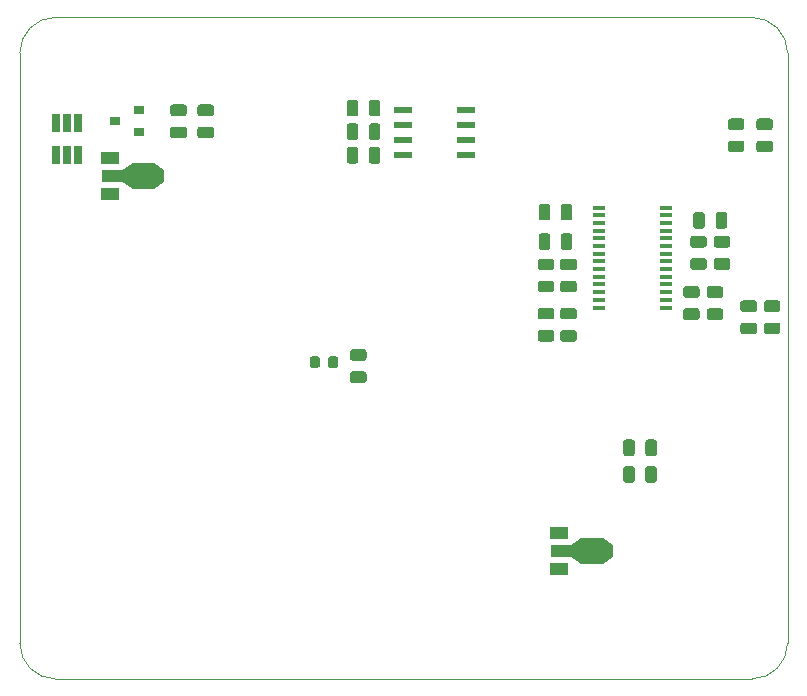
<source format=gbr>
G04 #@! TF.GenerationSoftware,KiCad,Pcbnew,5.1.5-52549c5~84~ubuntu19.10.1*
G04 #@! TF.CreationDate,2019-12-17T22:32:53+01:00*
G04 #@! TF.ProjectId,pi-hat,70692d68-6174-42e6-9b69-6361645f7063,rev?*
G04 #@! TF.SameCoordinates,Original*
G04 #@! TF.FileFunction,Paste,Top*
G04 #@! TF.FilePolarity,Positive*
%FSLAX46Y46*%
G04 Gerber Fmt 4.6, Leading zero omitted, Abs format (unit mm)*
G04 Created by KiCad (PCBNEW 5.1.5-52549c5~84~ubuntu19.10.1) date 2019-12-17 22:32:53*
%MOMM*%
%LPD*%
G04 APERTURE LIST*
%ADD10C,0.100000*%
%ADD11R,1.100000X0.400000*%
%ADD12R,1.840000X2.200000*%
%ADD13R,1.500000X1.000000*%
%ADD14R,1.800000X1.000000*%
%ADD15R,1.550000X0.600000*%
%ADD16R,0.650000X1.560000*%
%ADD17R,0.900000X0.800000*%
G04 APERTURE END LIST*
D10*
X78546356Y-63817611D02*
G75*
G02X81546356Y-60817611I3000000J0D01*
G01*
X78546356Y-63817611D02*
X78546356Y-113817611D01*
X140546356Y-60817611D02*
X81546356Y-60817611D01*
X140546356Y-60817611D02*
G75*
G02X143546356Y-63817611I0J-3000000D01*
G01*
X143546356Y-113817611D02*
X143546356Y-63817611D01*
X81546356Y-116817611D02*
G75*
G02X78546356Y-113817611I0J3000000D01*
G01*
X81546356Y-116817611D02*
X140546356Y-116817611D01*
X143546356Y-113817611D02*
G75*
G02X140546356Y-116817611I-3000000J0D01*
G01*
G36*
X107680142Y-88913674D02*
G01*
X107703803Y-88917184D01*
X107727007Y-88922996D01*
X107749529Y-88931054D01*
X107771153Y-88941282D01*
X107791670Y-88953579D01*
X107810883Y-88967829D01*
X107828607Y-88983893D01*
X107844671Y-89001617D01*
X107858921Y-89020830D01*
X107871218Y-89041347D01*
X107881446Y-89062971D01*
X107889504Y-89085493D01*
X107895316Y-89108697D01*
X107898826Y-89132358D01*
X107900000Y-89156250D01*
X107900000Y-89643750D01*
X107898826Y-89667642D01*
X107895316Y-89691303D01*
X107889504Y-89714507D01*
X107881446Y-89737029D01*
X107871218Y-89758653D01*
X107858921Y-89779170D01*
X107844671Y-89798383D01*
X107828607Y-89816107D01*
X107810883Y-89832171D01*
X107791670Y-89846421D01*
X107771153Y-89858718D01*
X107749529Y-89868946D01*
X107727007Y-89877004D01*
X107703803Y-89882816D01*
X107680142Y-89886326D01*
X107656250Y-89887500D01*
X106743750Y-89887500D01*
X106719858Y-89886326D01*
X106696197Y-89882816D01*
X106672993Y-89877004D01*
X106650471Y-89868946D01*
X106628847Y-89858718D01*
X106608330Y-89846421D01*
X106589117Y-89832171D01*
X106571393Y-89816107D01*
X106555329Y-89798383D01*
X106541079Y-89779170D01*
X106528782Y-89758653D01*
X106518554Y-89737029D01*
X106510496Y-89714507D01*
X106504684Y-89691303D01*
X106501174Y-89667642D01*
X106500000Y-89643750D01*
X106500000Y-89156250D01*
X106501174Y-89132358D01*
X106504684Y-89108697D01*
X106510496Y-89085493D01*
X106518554Y-89062971D01*
X106528782Y-89041347D01*
X106541079Y-89020830D01*
X106555329Y-89001617D01*
X106571393Y-88983893D01*
X106589117Y-88967829D01*
X106608330Y-88953579D01*
X106628847Y-88941282D01*
X106650471Y-88931054D01*
X106672993Y-88922996D01*
X106696197Y-88917184D01*
X106719858Y-88913674D01*
X106743750Y-88912500D01*
X107656250Y-88912500D01*
X107680142Y-88913674D01*
G37*
G36*
X107680142Y-90788674D02*
G01*
X107703803Y-90792184D01*
X107727007Y-90797996D01*
X107749529Y-90806054D01*
X107771153Y-90816282D01*
X107791670Y-90828579D01*
X107810883Y-90842829D01*
X107828607Y-90858893D01*
X107844671Y-90876617D01*
X107858921Y-90895830D01*
X107871218Y-90916347D01*
X107881446Y-90937971D01*
X107889504Y-90960493D01*
X107895316Y-90983697D01*
X107898826Y-91007358D01*
X107900000Y-91031250D01*
X107900000Y-91518750D01*
X107898826Y-91542642D01*
X107895316Y-91566303D01*
X107889504Y-91589507D01*
X107881446Y-91612029D01*
X107871218Y-91633653D01*
X107858921Y-91654170D01*
X107844671Y-91673383D01*
X107828607Y-91691107D01*
X107810883Y-91707171D01*
X107791670Y-91721421D01*
X107771153Y-91733718D01*
X107749529Y-91743946D01*
X107727007Y-91752004D01*
X107703803Y-91757816D01*
X107680142Y-91761326D01*
X107656250Y-91762500D01*
X106743750Y-91762500D01*
X106719858Y-91761326D01*
X106696197Y-91757816D01*
X106672993Y-91752004D01*
X106650471Y-91743946D01*
X106628847Y-91733718D01*
X106608330Y-91721421D01*
X106589117Y-91707171D01*
X106571393Y-91691107D01*
X106555329Y-91673383D01*
X106541079Y-91654170D01*
X106528782Y-91633653D01*
X106518554Y-91612029D01*
X106510496Y-91589507D01*
X106504684Y-91566303D01*
X106501174Y-91542642D01*
X106500000Y-91518750D01*
X106500000Y-91031250D01*
X106501174Y-91007358D01*
X106504684Y-90983697D01*
X106510496Y-90960493D01*
X106518554Y-90937971D01*
X106528782Y-90916347D01*
X106541079Y-90895830D01*
X106555329Y-90876617D01*
X106571393Y-90858893D01*
X106589117Y-90842829D01*
X106608330Y-90828579D01*
X106628847Y-90816282D01*
X106650471Y-90806054D01*
X106672993Y-90797996D01*
X106696197Y-90792184D01*
X106719858Y-90788674D01*
X106743750Y-90787500D01*
X107656250Y-90787500D01*
X107680142Y-90788674D01*
G37*
G36*
X103752691Y-89526053D02*
G01*
X103773926Y-89529203D01*
X103794750Y-89534419D01*
X103814962Y-89541651D01*
X103834368Y-89550830D01*
X103852781Y-89561866D01*
X103870024Y-89574654D01*
X103885930Y-89589070D01*
X103900346Y-89604976D01*
X103913134Y-89622219D01*
X103924170Y-89640632D01*
X103933349Y-89660038D01*
X103940581Y-89680250D01*
X103945797Y-89701074D01*
X103948947Y-89722309D01*
X103950000Y-89743750D01*
X103950000Y-90256250D01*
X103948947Y-90277691D01*
X103945797Y-90298926D01*
X103940581Y-90319750D01*
X103933349Y-90339962D01*
X103924170Y-90359368D01*
X103913134Y-90377781D01*
X103900346Y-90395024D01*
X103885930Y-90410930D01*
X103870024Y-90425346D01*
X103852781Y-90438134D01*
X103834368Y-90449170D01*
X103814962Y-90458349D01*
X103794750Y-90465581D01*
X103773926Y-90470797D01*
X103752691Y-90473947D01*
X103731250Y-90475000D01*
X103293750Y-90475000D01*
X103272309Y-90473947D01*
X103251074Y-90470797D01*
X103230250Y-90465581D01*
X103210038Y-90458349D01*
X103190632Y-90449170D01*
X103172219Y-90438134D01*
X103154976Y-90425346D01*
X103139070Y-90410930D01*
X103124654Y-90395024D01*
X103111866Y-90377781D01*
X103100830Y-90359368D01*
X103091651Y-90339962D01*
X103084419Y-90319750D01*
X103079203Y-90298926D01*
X103076053Y-90277691D01*
X103075000Y-90256250D01*
X103075000Y-89743750D01*
X103076053Y-89722309D01*
X103079203Y-89701074D01*
X103084419Y-89680250D01*
X103091651Y-89660038D01*
X103100830Y-89640632D01*
X103111866Y-89622219D01*
X103124654Y-89604976D01*
X103139070Y-89589070D01*
X103154976Y-89574654D01*
X103172219Y-89561866D01*
X103190632Y-89550830D01*
X103210038Y-89541651D01*
X103230250Y-89534419D01*
X103251074Y-89529203D01*
X103272309Y-89526053D01*
X103293750Y-89525000D01*
X103731250Y-89525000D01*
X103752691Y-89526053D01*
G37*
G36*
X105327691Y-89526053D02*
G01*
X105348926Y-89529203D01*
X105369750Y-89534419D01*
X105389962Y-89541651D01*
X105409368Y-89550830D01*
X105427781Y-89561866D01*
X105445024Y-89574654D01*
X105460930Y-89589070D01*
X105475346Y-89604976D01*
X105488134Y-89622219D01*
X105499170Y-89640632D01*
X105508349Y-89660038D01*
X105515581Y-89680250D01*
X105520797Y-89701074D01*
X105523947Y-89722309D01*
X105525000Y-89743750D01*
X105525000Y-90256250D01*
X105523947Y-90277691D01*
X105520797Y-90298926D01*
X105515581Y-90319750D01*
X105508349Y-90339962D01*
X105499170Y-90359368D01*
X105488134Y-90377781D01*
X105475346Y-90395024D01*
X105460930Y-90410930D01*
X105445024Y-90425346D01*
X105427781Y-90438134D01*
X105409368Y-90449170D01*
X105389962Y-90458349D01*
X105369750Y-90465581D01*
X105348926Y-90470797D01*
X105327691Y-90473947D01*
X105306250Y-90475000D01*
X104868750Y-90475000D01*
X104847309Y-90473947D01*
X104826074Y-90470797D01*
X104805250Y-90465581D01*
X104785038Y-90458349D01*
X104765632Y-90449170D01*
X104747219Y-90438134D01*
X104729976Y-90425346D01*
X104714070Y-90410930D01*
X104699654Y-90395024D01*
X104686866Y-90377781D01*
X104675830Y-90359368D01*
X104666651Y-90339962D01*
X104659419Y-90319750D01*
X104654203Y-90298926D01*
X104651053Y-90277691D01*
X104650000Y-90256250D01*
X104650000Y-89743750D01*
X104651053Y-89722309D01*
X104654203Y-89701074D01*
X104659419Y-89680250D01*
X104666651Y-89660038D01*
X104675830Y-89640632D01*
X104686866Y-89622219D01*
X104699654Y-89604976D01*
X104714070Y-89589070D01*
X104729976Y-89574654D01*
X104747219Y-89561866D01*
X104765632Y-89550830D01*
X104785038Y-89541651D01*
X104805250Y-89534419D01*
X104826074Y-89529203D01*
X104847309Y-89526053D01*
X104868750Y-89525000D01*
X105306250Y-89525000D01*
X105327691Y-89526053D01*
G37*
G36*
X135880142Y-83576174D02*
G01*
X135903803Y-83579684D01*
X135927007Y-83585496D01*
X135949529Y-83593554D01*
X135971153Y-83603782D01*
X135991670Y-83616079D01*
X136010883Y-83630329D01*
X136028607Y-83646393D01*
X136044671Y-83664117D01*
X136058921Y-83683330D01*
X136071218Y-83703847D01*
X136081446Y-83725471D01*
X136089504Y-83747993D01*
X136095316Y-83771197D01*
X136098826Y-83794858D01*
X136100000Y-83818750D01*
X136100000Y-84306250D01*
X136098826Y-84330142D01*
X136095316Y-84353803D01*
X136089504Y-84377007D01*
X136081446Y-84399529D01*
X136071218Y-84421153D01*
X136058921Y-84441670D01*
X136044671Y-84460883D01*
X136028607Y-84478607D01*
X136010883Y-84494671D01*
X135991670Y-84508921D01*
X135971153Y-84521218D01*
X135949529Y-84531446D01*
X135927007Y-84539504D01*
X135903803Y-84545316D01*
X135880142Y-84548826D01*
X135856250Y-84550000D01*
X134943750Y-84550000D01*
X134919858Y-84548826D01*
X134896197Y-84545316D01*
X134872993Y-84539504D01*
X134850471Y-84531446D01*
X134828847Y-84521218D01*
X134808330Y-84508921D01*
X134789117Y-84494671D01*
X134771393Y-84478607D01*
X134755329Y-84460883D01*
X134741079Y-84441670D01*
X134728782Y-84421153D01*
X134718554Y-84399529D01*
X134710496Y-84377007D01*
X134704684Y-84353803D01*
X134701174Y-84330142D01*
X134700000Y-84306250D01*
X134700000Y-83818750D01*
X134701174Y-83794858D01*
X134704684Y-83771197D01*
X134710496Y-83747993D01*
X134718554Y-83725471D01*
X134728782Y-83703847D01*
X134741079Y-83683330D01*
X134755329Y-83664117D01*
X134771393Y-83646393D01*
X134789117Y-83630329D01*
X134808330Y-83616079D01*
X134828847Y-83603782D01*
X134850471Y-83593554D01*
X134872993Y-83585496D01*
X134896197Y-83579684D01*
X134919858Y-83576174D01*
X134943750Y-83575000D01*
X135856250Y-83575000D01*
X135880142Y-83576174D01*
G37*
G36*
X135880142Y-85451174D02*
G01*
X135903803Y-85454684D01*
X135927007Y-85460496D01*
X135949529Y-85468554D01*
X135971153Y-85478782D01*
X135991670Y-85491079D01*
X136010883Y-85505329D01*
X136028607Y-85521393D01*
X136044671Y-85539117D01*
X136058921Y-85558330D01*
X136071218Y-85578847D01*
X136081446Y-85600471D01*
X136089504Y-85622993D01*
X136095316Y-85646197D01*
X136098826Y-85669858D01*
X136100000Y-85693750D01*
X136100000Y-86181250D01*
X136098826Y-86205142D01*
X136095316Y-86228803D01*
X136089504Y-86252007D01*
X136081446Y-86274529D01*
X136071218Y-86296153D01*
X136058921Y-86316670D01*
X136044671Y-86335883D01*
X136028607Y-86353607D01*
X136010883Y-86369671D01*
X135991670Y-86383921D01*
X135971153Y-86396218D01*
X135949529Y-86406446D01*
X135927007Y-86414504D01*
X135903803Y-86420316D01*
X135880142Y-86423826D01*
X135856250Y-86425000D01*
X134943750Y-86425000D01*
X134919858Y-86423826D01*
X134896197Y-86420316D01*
X134872993Y-86414504D01*
X134850471Y-86406446D01*
X134828847Y-86396218D01*
X134808330Y-86383921D01*
X134789117Y-86369671D01*
X134771393Y-86353607D01*
X134755329Y-86335883D01*
X134741079Y-86316670D01*
X134728782Y-86296153D01*
X134718554Y-86274529D01*
X134710496Y-86252007D01*
X134704684Y-86228803D01*
X134701174Y-86205142D01*
X134700000Y-86181250D01*
X134700000Y-85693750D01*
X134701174Y-85669858D01*
X134704684Y-85646197D01*
X134710496Y-85622993D01*
X134718554Y-85600471D01*
X134728782Y-85578847D01*
X134741079Y-85558330D01*
X134755329Y-85539117D01*
X134771393Y-85521393D01*
X134789117Y-85505329D01*
X134808330Y-85491079D01*
X134828847Y-85478782D01*
X134850471Y-85468554D01*
X134872993Y-85460496D01*
X134896197Y-85454684D01*
X134919858Y-85451174D01*
X134943750Y-85450000D01*
X135856250Y-85450000D01*
X135880142Y-85451174D01*
G37*
D11*
X127563000Y-85378000D03*
X127563000Y-84728000D03*
X127563000Y-84078000D03*
X127563000Y-83428000D03*
X127563000Y-82778000D03*
X127563000Y-82128000D03*
X127563000Y-81478000D03*
X127563000Y-80828000D03*
X127563000Y-80178000D03*
X127563000Y-79528000D03*
X127563000Y-78878000D03*
X127563000Y-78228000D03*
X127563000Y-77578000D03*
X127563000Y-76928000D03*
X133263000Y-76928000D03*
X133263000Y-77578000D03*
X133263000Y-78228000D03*
X133263000Y-78878000D03*
X133263000Y-79528000D03*
X133263000Y-80178000D03*
X133263000Y-80828000D03*
X133263000Y-81478000D03*
X133263000Y-82128000D03*
X133263000Y-82778000D03*
X133263000Y-83428000D03*
X133263000Y-84078000D03*
X133263000Y-84728000D03*
X133263000Y-85378000D03*
D10*
G36*
X88090300Y-75350000D02*
G01*
X87090300Y-74650000D01*
X87090300Y-73850000D01*
X88090300Y-73150000D01*
X88090300Y-75350000D01*
G37*
D12*
X89000000Y-74250000D03*
D13*
X86186500Y-75750000D03*
D14*
X86333000Y-74250000D03*
D13*
X86186500Y-72750000D03*
D10*
G36*
X89908500Y-73150000D02*
G01*
X90758500Y-73750000D01*
X90758500Y-74750000D01*
X89908500Y-75350000D01*
X89908500Y-73150000D01*
G37*
G36*
X123230142Y-76601174D02*
G01*
X123253803Y-76604684D01*
X123277007Y-76610496D01*
X123299529Y-76618554D01*
X123321153Y-76628782D01*
X123341670Y-76641079D01*
X123360883Y-76655329D01*
X123378607Y-76671393D01*
X123394671Y-76689117D01*
X123408921Y-76708330D01*
X123421218Y-76728847D01*
X123431446Y-76750471D01*
X123439504Y-76772993D01*
X123445316Y-76796197D01*
X123448826Y-76819858D01*
X123450000Y-76843750D01*
X123450000Y-77756250D01*
X123448826Y-77780142D01*
X123445316Y-77803803D01*
X123439504Y-77827007D01*
X123431446Y-77849529D01*
X123421218Y-77871153D01*
X123408921Y-77891670D01*
X123394671Y-77910883D01*
X123378607Y-77928607D01*
X123360883Y-77944671D01*
X123341670Y-77958921D01*
X123321153Y-77971218D01*
X123299529Y-77981446D01*
X123277007Y-77989504D01*
X123253803Y-77995316D01*
X123230142Y-77998826D01*
X123206250Y-78000000D01*
X122718750Y-78000000D01*
X122694858Y-77998826D01*
X122671197Y-77995316D01*
X122647993Y-77989504D01*
X122625471Y-77981446D01*
X122603847Y-77971218D01*
X122583330Y-77958921D01*
X122564117Y-77944671D01*
X122546393Y-77928607D01*
X122530329Y-77910883D01*
X122516079Y-77891670D01*
X122503782Y-77871153D01*
X122493554Y-77849529D01*
X122485496Y-77827007D01*
X122479684Y-77803803D01*
X122476174Y-77780142D01*
X122475000Y-77756250D01*
X122475000Y-76843750D01*
X122476174Y-76819858D01*
X122479684Y-76796197D01*
X122485496Y-76772993D01*
X122493554Y-76750471D01*
X122503782Y-76728847D01*
X122516079Y-76708330D01*
X122530329Y-76689117D01*
X122546393Y-76671393D01*
X122564117Y-76655329D01*
X122583330Y-76641079D01*
X122603847Y-76628782D01*
X122625471Y-76618554D01*
X122647993Y-76610496D01*
X122671197Y-76604684D01*
X122694858Y-76601174D01*
X122718750Y-76600000D01*
X123206250Y-76600000D01*
X123230142Y-76601174D01*
G37*
G36*
X125105142Y-76601174D02*
G01*
X125128803Y-76604684D01*
X125152007Y-76610496D01*
X125174529Y-76618554D01*
X125196153Y-76628782D01*
X125216670Y-76641079D01*
X125235883Y-76655329D01*
X125253607Y-76671393D01*
X125269671Y-76689117D01*
X125283921Y-76708330D01*
X125296218Y-76728847D01*
X125306446Y-76750471D01*
X125314504Y-76772993D01*
X125320316Y-76796197D01*
X125323826Y-76819858D01*
X125325000Y-76843750D01*
X125325000Y-77756250D01*
X125323826Y-77780142D01*
X125320316Y-77803803D01*
X125314504Y-77827007D01*
X125306446Y-77849529D01*
X125296218Y-77871153D01*
X125283921Y-77891670D01*
X125269671Y-77910883D01*
X125253607Y-77928607D01*
X125235883Y-77944671D01*
X125216670Y-77958921D01*
X125196153Y-77971218D01*
X125174529Y-77981446D01*
X125152007Y-77989504D01*
X125128803Y-77995316D01*
X125105142Y-77998826D01*
X125081250Y-78000000D01*
X124593750Y-78000000D01*
X124569858Y-77998826D01*
X124546197Y-77995316D01*
X124522993Y-77989504D01*
X124500471Y-77981446D01*
X124478847Y-77971218D01*
X124458330Y-77958921D01*
X124439117Y-77944671D01*
X124421393Y-77928607D01*
X124405329Y-77910883D01*
X124391079Y-77891670D01*
X124378782Y-77871153D01*
X124368554Y-77849529D01*
X124360496Y-77827007D01*
X124354684Y-77803803D01*
X124351174Y-77780142D01*
X124350000Y-77756250D01*
X124350000Y-76843750D01*
X124351174Y-76819858D01*
X124354684Y-76796197D01*
X124360496Y-76772993D01*
X124368554Y-76750471D01*
X124378782Y-76728847D01*
X124391079Y-76708330D01*
X124405329Y-76689117D01*
X124421393Y-76671393D01*
X124439117Y-76655329D01*
X124458330Y-76641079D01*
X124478847Y-76628782D01*
X124500471Y-76618554D01*
X124522993Y-76610496D01*
X124546197Y-76604684D01*
X124569858Y-76601174D01*
X124593750Y-76600000D01*
X125081250Y-76600000D01*
X125105142Y-76601174D01*
G37*
G36*
X123230142Y-79101174D02*
G01*
X123253803Y-79104684D01*
X123277007Y-79110496D01*
X123299529Y-79118554D01*
X123321153Y-79128782D01*
X123341670Y-79141079D01*
X123360883Y-79155329D01*
X123378607Y-79171393D01*
X123394671Y-79189117D01*
X123408921Y-79208330D01*
X123421218Y-79228847D01*
X123431446Y-79250471D01*
X123439504Y-79272993D01*
X123445316Y-79296197D01*
X123448826Y-79319858D01*
X123450000Y-79343750D01*
X123450000Y-80256250D01*
X123448826Y-80280142D01*
X123445316Y-80303803D01*
X123439504Y-80327007D01*
X123431446Y-80349529D01*
X123421218Y-80371153D01*
X123408921Y-80391670D01*
X123394671Y-80410883D01*
X123378607Y-80428607D01*
X123360883Y-80444671D01*
X123341670Y-80458921D01*
X123321153Y-80471218D01*
X123299529Y-80481446D01*
X123277007Y-80489504D01*
X123253803Y-80495316D01*
X123230142Y-80498826D01*
X123206250Y-80500000D01*
X122718750Y-80500000D01*
X122694858Y-80498826D01*
X122671197Y-80495316D01*
X122647993Y-80489504D01*
X122625471Y-80481446D01*
X122603847Y-80471218D01*
X122583330Y-80458921D01*
X122564117Y-80444671D01*
X122546393Y-80428607D01*
X122530329Y-80410883D01*
X122516079Y-80391670D01*
X122503782Y-80371153D01*
X122493554Y-80349529D01*
X122485496Y-80327007D01*
X122479684Y-80303803D01*
X122476174Y-80280142D01*
X122475000Y-80256250D01*
X122475000Y-79343750D01*
X122476174Y-79319858D01*
X122479684Y-79296197D01*
X122485496Y-79272993D01*
X122493554Y-79250471D01*
X122503782Y-79228847D01*
X122516079Y-79208330D01*
X122530329Y-79189117D01*
X122546393Y-79171393D01*
X122564117Y-79155329D01*
X122583330Y-79141079D01*
X122603847Y-79128782D01*
X122625471Y-79118554D01*
X122647993Y-79110496D01*
X122671197Y-79104684D01*
X122694858Y-79101174D01*
X122718750Y-79100000D01*
X123206250Y-79100000D01*
X123230142Y-79101174D01*
G37*
G36*
X125105142Y-79101174D02*
G01*
X125128803Y-79104684D01*
X125152007Y-79110496D01*
X125174529Y-79118554D01*
X125196153Y-79128782D01*
X125216670Y-79141079D01*
X125235883Y-79155329D01*
X125253607Y-79171393D01*
X125269671Y-79189117D01*
X125283921Y-79208330D01*
X125296218Y-79228847D01*
X125306446Y-79250471D01*
X125314504Y-79272993D01*
X125320316Y-79296197D01*
X125323826Y-79319858D01*
X125325000Y-79343750D01*
X125325000Y-80256250D01*
X125323826Y-80280142D01*
X125320316Y-80303803D01*
X125314504Y-80327007D01*
X125306446Y-80349529D01*
X125296218Y-80371153D01*
X125283921Y-80391670D01*
X125269671Y-80410883D01*
X125253607Y-80428607D01*
X125235883Y-80444671D01*
X125216670Y-80458921D01*
X125196153Y-80471218D01*
X125174529Y-80481446D01*
X125152007Y-80489504D01*
X125128803Y-80495316D01*
X125105142Y-80498826D01*
X125081250Y-80500000D01*
X124593750Y-80500000D01*
X124569858Y-80498826D01*
X124546197Y-80495316D01*
X124522993Y-80489504D01*
X124500471Y-80481446D01*
X124478847Y-80471218D01*
X124458330Y-80458921D01*
X124439117Y-80444671D01*
X124421393Y-80428607D01*
X124405329Y-80410883D01*
X124391079Y-80391670D01*
X124378782Y-80371153D01*
X124368554Y-80349529D01*
X124360496Y-80327007D01*
X124354684Y-80303803D01*
X124351174Y-80280142D01*
X124350000Y-80256250D01*
X124350000Y-79343750D01*
X124351174Y-79319858D01*
X124354684Y-79296197D01*
X124360496Y-79272993D01*
X124368554Y-79250471D01*
X124378782Y-79228847D01*
X124391079Y-79208330D01*
X124405329Y-79189117D01*
X124421393Y-79171393D01*
X124439117Y-79155329D01*
X124458330Y-79141079D01*
X124478847Y-79128782D01*
X124500471Y-79118554D01*
X124522993Y-79110496D01*
X124546197Y-79104684D01*
X124569858Y-79101174D01*
X124593750Y-79100000D01*
X125081250Y-79100000D01*
X125105142Y-79101174D01*
G37*
G36*
X142080142Y-71251174D02*
G01*
X142103803Y-71254684D01*
X142127007Y-71260496D01*
X142149529Y-71268554D01*
X142171153Y-71278782D01*
X142191670Y-71291079D01*
X142210883Y-71305329D01*
X142228607Y-71321393D01*
X142244671Y-71339117D01*
X142258921Y-71358330D01*
X142271218Y-71378847D01*
X142281446Y-71400471D01*
X142289504Y-71422993D01*
X142295316Y-71446197D01*
X142298826Y-71469858D01*
X142300000Y-71493750D01*
X142300000Y-71981250D01*
X142298826Y-72005142D01*
X142295316Y-72028803D01*
X142289504Y-72052007D01*
X142281446Y-72074529D01*
X142271218Y-72096153D01*
X142258921Y-72116670D01*
X142244671Y-72135883D01*
X142228607Y-72153607D01*
X142210883Y-72169671D01*
X142191670Y-72183921D01*
X142171153Y-72196218D01*
X142149529Y-72206446D01*
X142127007Y-72214504D01*
X142103803Y-72220316D01*
X142080142Y-72223826D01*
X142056250Y-72225000D01*
X141143750Y-72225000D01*
X141119858Y-72223826D01*
X141096197Y-72220316D01*
X141072993Y-72214504D01*
X141050471Y-72206446D01*
X141028847Y-72196218D01*
X141008330Y-72183921D01*
X140989117Y-72169671D01*
X140971393Y-72153607D01*
X140955329Y-72135883D01*
X140941079Y-72116670D01*
X140928782Y-72096153D01*
X140918554Y-72074529D01*
X140910496Y-72052007D01*
X140904684Y-72028803D01*
X140901174Y-72005142D01*
X140900000Y-71981250D01*
X140900000Y-71493750D01*
X140901174Y-71469858D01*
X140904684Y-71446197D01*
X140910496Y-71422993D01*
X140918554Y-71400471D01*
X140928782Y-71378847D01*
X140941079Y-71358330D01*
X140955329Y-71339117D01*
X140971393Y-71321393D01*
X140989117Y-71305329D01*
X141008330Y-71291079D01*
X141028847Y-71278782D01*
X141050471Y-71268554D01*
X141072993Y-71260496D01*
X141096197Y-71254684D01*
X141119858Y-71251174D01*
X141143750Y-71250000D01*
X142056250Y-71250000D01*
X142080142Y-71251174D01*
G37*
G36*
X142080142Y-69376174D02*
G01*
X142103803Y-69379684D01*
X142127007Y-69385496D01*
X142149529Y-69393554D01*
X142171153Y-69403782D01*
X142191670Y-69416079D01*
X142210883Y-69430329D01*
X142228607Y-69446393D01*
X142244671Y-69464117D01*
X142258921Y-69483330D01*
X142271218Y-69503847D01*
X142281446Y-69525471D01*
X142289504Y-69547993D01*
X142295316Y-69571197D01*
X142298826Y-69594858D01*
X142300000Y-69618750D01*
X142300000Y-70106250D01*
X142298826Y-70130142D01*
X142295316Y-70153803D01*
X142289504Y-70177007D01*
X142281446Y-70199529D01*
X142271218Y-70221153D01*
X142258921Y-70241670D01*
X142244671Y-70260883D01*
X142228607Y-70278607D01*
X142210883Y-70294671D01*
X142191670Y-70308921D01*
X142171153Y-70321218D01*
X142149529Y-70331446D01*
X142127007Y-70339504D01*
X142103803Y-70345316D01*
X142080142Y-70348826D01*
X142056250Y-70350000D01*
X141143750Y-70350000D01*
X141119858Y-70348826D01*
X141096197Y-70345316D01*
X141072993Y-70339504D01*
X141050471Y-70331446D01*
X141028847Y-70321218D01*
X141008330Y-70308921D01*
X140989117Y-70294671D01*
X140971393Y-70278607D01*
X140955329Y-70260883D01*
X140941079Y-70241670D01*
X140928782Y-70221153D01*
X140918554Y-70199529D01*
X140910496Y-70177007D01*
X140904684Y-70153803D01*
X140901174Y-70130142D01*
X140900000Y-70106250D01*
X140900000Y-69618750D01*
X140901174Y-69594858D01*
X140904684Y-69571197D01*
X140910496Y-69547993D01*
X140918554Y-69525471D01*
X140928782Y-69503847D01*
X140941079Y-69483330D01*
X140955329Y-69464117D01*
X140971393Y-69446393D01*
X140989117Y-69430329D01*
X141008330Y-69416079D01*
X141028847Y-69403782D01*
X141050471Y-69393554D01*
X141072993Y-69385496D01*
X141096197Y-69379684D01*
X141119858Y-69376174D01*
X141143750Y-69375000D01*
X142056250Y-69375000D01*
X142080142Y-69376174D01*
G37*
G36*
X139680142Y-71251174D02*
G01*
X139703803Y-71254684D01*
X139727007Y-71260496D01*
X139749529Y-71268554D01*
X139771153Y-71278782D01*
X139791670Y-71291079D01*
X139810883Y-71305329D01*
X139828607Y-71321393D01*
X139844671Y-71339117D01*
X139858921Y-71358330D01*
X139871218Y-71378847D01*
X139881446Y-71400471D01*
X139889504Y-71422993D01*
X139895316Y-71446197D01*
X139898826Y-71469858D01*
X139900000Y-71493750D01*
X139900000Y-71981250D01*
X139898826Y-72005142D01*
X139895316Y-72028803D01*
X139889504Y-72052007D01*
X139881446Y-72074529D01*
X139871218Y-72096153D01*
X139858921Y-72116670D01*
X139844671Y-72135883D01*
X139828607Y-72153607D01*
X139810883Y-72169671D01*
X139791670Y-72183921D01*
X139771153Y-72196218D01*
X139749529Y-72206446D01*
X139727007Y-72214504D01*
X139703803Y-72220316D01*
X139680142Y-72223826D01*
X139656250Y-72225000D01*
X138743750Y-72225000D01*
X138719858Y-72223826D01*
X138696197Y-72220316D01*
X138672993Y-72214504D01*
X138650471Y-72206446D01*
X138628847Y-72196218D01*
X138608330Y-72183921D01*
X138589117Y-72169671D01*
X138571393Y-72153607D01*
X138555329Y-72135883D01*
X138541079Y-72116670D01*
X138528782Y-72096153D01*
X138518554Y-72074529D01*
X138510496Y-72052007D01*
X138504684Y-72028803D01*
X138501174Y-72005142D01*
X138500000Y-71981250D01*
X138500000Y-71493750D01*
X138501174Y-71469858D01*
X138504684Y-71446197D01*
X138510496Y-71422993D01*
X138518554Y-71400471D01*
X138528782Y-71378847D01*
X138541079Y-71358330D01*
X138555329Y-71339117D01*
X138571393Y-71321393D01*
X138589117Y-71305329D01*
X138608330Y-71291079D01*
X138628847Y-71278782D01*
X138650471Y-71268554D01*
X138672993Y-71260496D01*
X138696197Y-71254684D01*
X138719858Y-71251174D01*
X138743750Y-71250000D01*
X139656250Y-71250000D01*
X139680142Y-71251174D01*
G37*
G36*
X139680142Y-69376174D02*
G01*
X139703803Y-69379684D01*
X139727007Y-69385496D01*
X139749529Y-69393554D01*
X139771153Y-69403782D01*
X139791670Y-69416079D01*
X139810883Y-69430329D01*
X139828607Y-69446393D01*
X139844671Y-69464117D01*
X139858921Y-69483330D01*
X139871218Y-69503847D01*
X139881446Y-69525471D01*
X139889504Y-69547993D01*
X139895316Y-69571197D01*
X139898826Y-69594858D01*
X139900000Y-69618750D01*
X139900000Y-70106250D01*
X139898826Y-70130142D01*
X139895316Y-70153803D01*
X139889504Y-70177007D01*
X139881446Y-70199529D01*
X139871218Y-70221153D01*
X139858921Y-70241670D01*
X139844671Y-70260883D01*
X139828607Y-70278607D01*
X139810883Y-70294671D01*
X139791670Y-70308921D01*
X139771153Y-70321218D01*
X139749529Y-70331446D01*
X139727007Y-70339504D01*
X139703803Y-70345316D01*
X139680142Y-70348826D01*
X139656250Y-70350000D01*
X138743750Y-70350000D01*
X138719858Y-70348826D01*
X138696197Y-70345316D01*
X138672993Y-70339504D01*
X138650471Y-70331446D01*
X138628847Y-70321218D01*
X138608330Y-70308921D01*
X138589117Y-70294671D01*
X138571393Y-70278607D01*
X138555329Y-70260883D01*
X138541079Y-70241670D01*
X138528782Y-70221153D01*
X138518554Y-70199529D01*
X138510496Y-70177007D01*
X138504684Y-70153803D01*
X138501174Y-70130142D01*
X138500000Y-70106250D01*
X138500000Y-69618750D01*
X138501174Y-69594858D01*
X138504684Y-69571197D01*
X138510496Y-69547993D01*
X138518554Y-69525471D01*
X138528782Y-69503847D01*
X138541079Y-69483330D01*
X138555329Y-69464117D01*
X138571393Y-69446393D01*
X138589117Y-69430329D01*
X138608330Y-69416079D01*
X138628847Y-69403782D01*
X138650471Y-69393554D01*
X138672993Y-69385496D01*
X138696197Y-69379684D01*
X138719858Y-69376174D01*
X138743750Y-69375000D01*
X139656250Y-69375000D01*
X139680142Y-69376174D01*
G37*
G36*
X142730142Y-84776174D02*
G01*
X142753803Y-84779684D01*
X142777007Y-84785496D01*
X142799529Y-84793554D01*
X142821153Y-84803782D01*
X142841670Y-84816079D01*
X142860883Y-84830329D01*
X142878607Y-84846393D01*
X142894671Y-84864117D01*
X142908921Y-84883330D01*
X142921218Y-84903847D01*
X142931446Y-84925471D01*
X142939504Y-84947993D01*
X142945316Y-84971197D01*
X142948826Y-84994858D01*
X142950000Y-85018750D01*
X142950000Y-85506250D01*
X142948826Y-85530142D01*
X142945316Y-85553803D01*
X142939504Y-85577007D01*
X142931446Y-85599529D01*
X142921218Y-85621153D01*
X142908921Y-85641670D01*
X142894671Y-85660883D01*
X142878607Y-85678607D01*
X142860883Y-85694671D01*
X142841670Y-85708921D01*
X142821153Y-85721218D01*
X142799529Y-85731446D01*
X142777007Y-85739504D01*
X142753803Y-85745316D01*
X142730142Y-85748826D01*
X142706250Y-85750000D01*
X141793750Y-85750000D01*
X141769858Y-85748826D01*
X141746197Y-85745316D01*
X141722993Y-85739504D01*
X141700471Y-85731446D01*
X141678847Y-85721218D01*
X141658330Y-85708921D01*
X141639117Y-85694671D01*
X141621393Y-85678607D01*
X141605329Y-85660883D01*
X141591079Y-85641670D01*
X141578782Y-85621153D01*
X141568554Y-85599529D01*
X141560496Y-85577007D01*
X141554684Y-85553803D01*
X141551174Y-85530142D01*
X141550000Y-85506250D01*
X141550000Y-85018750D01*
X141551174Y-84994858D01*
X141554684Y-84971197D01*
X141560496Y-84947993D01*
X141568554Y-84925471D01*
X141578782Y-84903847D01*
X141591079Y-84883330D01*
X141605329Y-84864117D01*
X141621393Y-84846393D01*
X141639117Y-84830329D01*
X141658330Y-84816079D01*
X141678847Y-84803782D01*
X141700471Y-84793554D01*
X141722993Y-84785496D01*
X141746197Y-84779684D01*
X141769858Y-84776174D01*
X141793750Y-84775000D01*
X142706250Y-84775000D01*
X142730142Y-84776174D01*
G37*
G36*
X142730142Y-86651174D02*
G01*
X142753803Y-86654684D01*
X142777007Y-86660496D01*
X142799529Y-86668554D01*
X142821153Y-86678782D01*
X142841670Y-86691079D01*
X142860883Y-86705329D01*
X142878607Y-86721393D01*
X142894671Y-86739117D01*
X142908921Y-86758330D01*
X142921218Y-86778847D01*
X142931446Y-86800471D01*
X142939504Y-86822993D01*
X142945316Y-86846197D01*
X142948826Y-86869858D01*
X142950000Y-86893750D01*
X142950000Y-87381250D01*
X142948826Y-87405142D01*
X142945316Y-87428803D01*
X142939504Y-87452007D01*
X142931446Y-87474529D01*
X142921218Y-87496153D01*
X142908921Y-87516670D01*
X142894671Y-87535883D01*
X142878607Y-87553607D01*
X142860883Y-87569671D01*
X142841670Y-87583921D01*
X142821153Y-87596218D01*
X142799529Y-87606446D01*
X142777007Y-87614504D01*
X142753803Y-87620316D01*
X142730142Y-87623826D01*
X142706250Y-87625000D01*
X141793750Y-87625000D01*
X141769858Y-87623826D01*
X141746197Y-87620316D01*
X141722993Y-87614504D01*
X141700471Y-87606446D01*
X141678847Y-87596218D01*
X141658330Y-87583921D01*
X141639117Y-87569671D01*
X141621393Y-87553607D01*
X141605329Y-87535883D01*
X141591079Y-87516670D01*
X141578782Y-87496153D01*
X141568554Y-87474529D01*
X141560496Y-87452007D01*
X141554684Y-87428803D01*
X141551174Y-87405142D01*
X141550000Y-87381250D01*
X141550000Y-86893750D01*
X141551174Y-86869858D01*
X141554684Y-86846197D01*
X141560496Y-86822993D01*
X141568554Y-86800471D01*
X141578782Y-86778847D01*
X141591079Y-86758330D01*
X141605329Y-86739117D01*
X141621393Y-86721393D01*
X141639117Y-86705329D01*
X141658330Y-86691079D01*
X141678847Y-86678782D01*
X141700471Y-86668554D01*
X141722993Y-86660496D01*
X141746197Y-86654684D01*
X141769858Y-86651174D01*
X141793750Y-86650000D01*
X142706250Y-86650000D01*
X142730142Y-86651174D01*
G37*
G36*
X140730142Y-84776174D02*
G01*
X140753803Y-84779684D01*
X140777007Y-84785496D01*
X140799529Y-84793554D01*
X140821153Y-84803782D01*
X140841670Y-84816079D01*
X140860883Y-84830329D01*
X140878607Y-84846393D01*
X140894671Y-84864117D01*
X140908921Y-84883330D01*
X140921218Y-84903847D01*
X140931446Y-84925471D01*
X140939504Y-84947993D01*
X140945316Y-84971197D01*
X140948826Y-84994858D01*
X140950000Y-85018750D01*
X140950000Y-85506250D01*
X140948826Y-85530142D01*
X140945316Y-85553803D01*
X140939504Y-85577007D01*
X140931446Y-85599529D01*
X140921218Y-85621153D01*
X140908921Y-85641670D01*
X140894671Y-85660883D01*
X140878607Y-85678607D01*
X140860883Y-85694671D01*
X140841670Y-85708921D01*
X140821153Y-85721218D01*
X140799529Y-85731446D01*
X140777007Y-85739504D01*
X140753803Y-85745316D01*
X140730142Y-85748826D01*
X140706250Y-85750000D01*
X139793750Y-85750000D01*
X139769858Y-85748826D01*
X139746197Y-85745316D01*
X139722993Y-85739504D01*
X139700471Y-85731446D01*
X139678847Y-85721218D01*
X139658330Y-85708921D01*
X139639117Y-85694671D01*
X139621393Y-85678607D01*
X139605329Y-85660883D01*
X139591079Y-85641670D01*
X139578782Y-85621153D01*
X139568554Y-85599529D01*
X139560496Y-85577007D01*
X139554684Y-85553803D01*
X139551174Y-85530142D01*
X139550000Y-85506250D01*
X139550000Y-85018750D01*
X139551174Y-84994858D01*
X139554684Y-84971197D01*
X139560496Y-84947993D01*
X139568554Y-84925471D01*
X139578782Y-84903847D01*
X139591079Y-84883330D01*
X139605329Y-84864117D01*
X139621393Y-84846393D01*
X139639117Y-84830329D01*
X139658330Y-84816079D01*
X139678847Y-84803782D01*
X139700471Y-84793554D01*
X139722993Y-84785496D01*
X139746197Y-84779684D01*
X139769858Y-84776174D01*
X139793750Y-84775000D01*
X140706250Y-84775000D01*
X140730142Y-84776174D01*
G37*
G36*
X140730142Y-86651174D02*
G01*
X140753803Y-86654684D01*
X140777007Y-86660496D01*
X140799529Y-86668554D01*
X140821153Y-86678782D01*
X140841670Y-86691079D01*
X140860883Y-86705329D01*
X140878607Y-86721393D01*
X140894671Y-86739117D01*
X140908921Y-86758330D01*
X140921218Y-86778847D01*
X140931446Y-86800471D01*
X140939504Y-86822993D01*
X140945316Y-86846197D01*
X140948826Y-86869858D01*
X140950000Y-86893750D01*
X140950000Y-87381250D01*
X140948826Y-87405142D01*
X140945316Y-87428803D01*
X140939504Y-87452007D01*
X140931446Y-87474529D01*
X140921218Y-87496153D01*
X140908921Y-87516670D01*
X140894671Y-87535883D01*
X140878607Y-87553607D01*
X140860883Y-87569671D01*
X140841670Y-87583921D01*
X140821153Y-87596218D01*
X140799529Y-87606446D01*
X140777007Y-87614504D01*
X140753803Y-87620316D01*
X140730142Y-87623826D01*
X140706250Y-87625000D01*
X139793750Y-87625000D01*
X139769858Y-87623826D01*
X139746197Y-87620316D01*
X139722993Y-87614504D01*
X139700471Y-87606446D01*
X139678847Y-87596218D01*
X139658330Y-87583921D01*
X139639117Y-87569671D01*
X139621393Y-87553607D01*
X139605329Y-87535883D01*
X139591079Y-87516670D01*
X139578782Y-87496153D01*
X139568554Y-87474529D01*
X139560496Y-87452007D01*
X139554684Y-87428803D01*
X139551174Y-87405142D01*
X139550000Y-87381250D01*
X139550000Y-86893750D01*
X139551174Y-86869858D01*
X139554684Y-86846197D01*
X139560496Y-86822993D01*
X139568554Y-86800471D01*
X139578782Y-86778847D01*
X139591079Y-86758330D01*
X139605329Y-86739117D01*
X139621393Y-86721393D01*
X139639117Y-86705329D01*
X139658330Y-86691079D01*
X139678847Y-86678782D01*
X139700471Y-86668554D01*
X139722993Y-86660496D01*
X139746197Y-86654684D01*
X139769858Y-86651174D01*
X139793750Y-86650000D01*
X140706250Y-86650000D01*
X140730142Y-86651174D01*
G37*
G36*
X130392642Y-96551174D02*
G01*
X130416303Y-96554684D01*
X130439507Y-96560496D01*
X130462029Y-96568554D01*
X130483653Y-96578782D01*
X130504170Y-96591079D01*
X130523383Y-96605329D01*
X130541107Y-96621393D01*
X130557171Y-96639117D01*
X130571421Y-96658330D01*
X130583718Y-96678847D01*
X130593946Y-96700471D01*
X130602004Y-96722993D01*
X130607816Y-96746197D01*
X130611326Y-96769858D01*
X130612500Y-96793750D01*
X130612500Y-97706250D01*
X130611326Y-97730142D01*
X130607816Y-97753803D01*
X130602004Y-97777007D01*
X130593946Y-97799529D01*
X130583718Y-97821153D01*
X130571421Y-97841670D01*
X130557171Y-97860883D01*
X130541107Y-97878607D01*
X130523383Y-97894671D01*
X130504170Y-97908921D01*
X130483653Y-97921218D01*
X130462029Y-97931446D01*
X130439507Y-97939504D01*
X130416303Y-97945316D01*
X130392642Y-97948826D01*
X130368750Y-97950000D01*
X129881250Y-97950000D01*
X129857358Y-97948826D01*
X129833697Y-97945316D01*
X129810493Y-97939504D01*
X129787971Y-97931446D01*
X129766347Y-97921218D01*
X129745830Y-97908921D01*
X129726617Y-97894671D01*
X129708893Y-97878607D01*
X129692829Y-97860883D01*
X129678579Y-97841670D01*
X129666282Y-97821153D01*
X129656054Y-97799529D01*
X129647996Y-97777007D01*
X129642184Y-97753803D01*
X129638674Y-97730142D01*
X129637500Y-97706250D01*
X129637500Y-96793750D01*
X129638674Y-96769858D01*
X129642184Y-96746197D01*
X129647996Y-96722993D01*
X129656054Y-96700471D01*
X129666282Y-96678847D01*
X129678579Y-96658330D01*
X129692829Y-96639117D01*
X129708893Y-96621393D01*
X129726617Y-96605329D01*
X129745830Y-96591079D01*
X129766347Y-96578782D01*
X129787971Y-96568554D01*
X129810493Y-96560496D01*
X129833697Y-96554684D01*
X129857358Y-96551174D01*
X129881250Y-96550000D01*
X130368750Y-96550000D01*
X130392642Y-96551174D01*
G37*
G36*
X132267642Y-96551174D02*
G01*
X132291303Y-96554684D01*
X132314507Y-96560496D01*
X132337029Y-96568554D01*
X132358653Y-96578782D01*
X132379170Y-96591079D01*
X132398383Y-96605329D01*
X132416107Y-96621393D01*
X132432171Y-96639117D01*
X132446421Y-96658330D01*
X132458718Y-96678847D01*
X132468946Y-96700471D01*
X132477004Y-96722993D01*
X132482816Y-96746197D01*
X132486326Y-96769858D01*
X132487500Y-96793750D01*
X132487500Y-97706250D01*
X132486326Y-97730142D01*
X132482816Y-97753803D01*
X132477004Y-97777007D01*
X132468946Y-97799529D01*
X132458718Y-97821153D01*
X132446421Y-97841670D01*
X132432171Y-97860883D01*
X132416107Y-97878607D01*
X132398383Y-97894671D01*
X132379170Y-97908921D01*
X132358653Y-97921218D01*
X132337029Y-97931446D01*
X132314507Y-97939504D01*
X132291303Y-97945316D01*
X132267642Y-97948826D01*
X132243750Y-97950000D01*
X131756250Y-97950000D01*
X131732358Y-97948826D01*
X131708697Y-97945316D01*
X131685493Y-97939504D01*
X131662971Y-97931446D01*
X131641347Y-97921218D01*
X131620830Y-97908921D01*
X131601617Y-97894671D01*
X131583893Y-97878607D01*
X131567829Y-97860883D01*
X131553579Y-97841670D01*
X131541282Y-97821153D01*
X131531054Y-97799529D01*
X131522996Y-97777007D01*
X131517184Y-97753803D01*
X131513674Y-97730142D01*
X131512500Y-97706250D01*
X131512500Y-96793750D01*
X131513674Y-96769858D01*
X131517184Y-96746197D01*
X131522996Y-96722993D01*
X131531054Y-96700471D01*
X131541282Y-96678847D01*
X131553579Y-96658330D01*
X131567829Y-96639117D01*
X131583893Y-96621393D01*
X131601617Y-96605329D01*
X131620830Y-96591079D01*
X131641347Y-96578782D01*
X131662971Y-96568554D01*
X131685493Y-96560496D01*
X131708697Y-96554684D01*
X131732358Y-96551174D01*
X131756250Y-96550000D01*
X132243750Y-96550000D01*
X132267642Y-96551174D01*
G37*
G36*
X138480142Y-79326174D02*
G01*
X138503803Y-79329684D01*
X138527007Y-79335496D01*
X138549529Y-79343554D01*
X138571153Y-79353782D01*
X138591670Y-79366079D01*
X138610883Y-79380329D01*
X138628607Y-79396393D01*
X138644671Y-79414117D01*
X138658921Y-79433330D01*
X138671218Y-79453847D01*
X138681446Y-79475471D01*
X138689504Y-79497993D01*
X138695316Y-79521197D01*
X138698826Y-79544858D01*
X138700000Y-79568750D01*
X138700000Y-80056250D01*
X138698826Y-80080142D01*
X138695316Y-80103803D01*
X138689504Y-80127007D01*
X138681446Y-80149529D01*
X138671218Y-80171153D01*
X138658921Y-80191670D01*
X138644671Y-80210883D01*
X138628607Y-80228607D01*
X138610883Y-80244671D01*
X138591670Y-80258921D01*
X138571153Y-80271218D01*
X138549529Y-80281446D01*
X138527007Y-80289504D01*
X138503803Y-80295316D01*
X138480142Y-80298826D01*
X138456250Y-80300000D01*
X137543750Y-80300000D01*
X137519858Y-80298826D01*
X137496197Y-80295316D01*
X137472993Y-80289504D01*
X137450471Y-80281446D01*
X137428847Y-80271218D01*
X137408330Y-80258921D01*
X137389117Y-80244671D01*
X137371393Y-80228607D01*
X137355329Y-80210883D01*
X137341079Y-80191670D01*
X137328782Y-80171153D01*
X137318554Y-80149529D01*
X137310496Y-80127007D01*
X137304684Y-80103803D01*
X137301174Y-80080142D01*
X137300000Y-80056250D01*
X137300000Y-79568750D01*
X137301174Y-79544858D01*
X137304684Y-79521197D01*
X137310496Y-79497993D01*
X137318554Y-79475471D01*
X137328782Y-79453847D01*
X137341079Y-79433330D01*
X137355329Y-79414117D01*
X137371393Y-79396393D01*
X137389117Y-79380329D01*
X137408330Y-79366079D01*
X137428847Y-79353782D01*
X137450471Y-79343554D01*
X137472993Y-79335496D01*
X137496197Y-79329684D01*
X137519858Y-79326174D01*
X137543750Y-79325000D01*
X138456250Y-79325000D01*
X138480142Y-79326174D01*
G37*
G36*
X138480142Y-81201174D02*
G01*
X138503803Y-81204684D01*
X138527007Y-81210496D01*
X138549529Y-81218554D01*
X138571153Y-81228782D01*
X138591670Y-81241079D01*
X138610883Y-81255329D01*
X138628607Y-81271393D01*
X138644671Y-81289117D01*
X138658921Y-81308330D01*
X138671218Y-81328847D01*
X138681446Y-81350471D01*
X138689504Y-81372993D01*
X138695316Y-81396197D01*
X138698826Y-81419858D01*
X138700000Y-81443750D01*
X138700000Y-81931250D01*
X138698826Y-81955142D01*
X138695316Y-81978803D01*
X138689504Y-82002007D01*
X138681446Y-82024529D01*
X138671218Y-82046153D01*
X138658921Y-82066670D01*
X138644671Y-82085883D01*
X138628607Y-82103607D01*
X138610883Y-82119671D01*
X138591670Y-82133921D01*
X138571153Y-82146218D01*
X138549529Y-82156446D01*
X138527007Y-82164504D01*
X138503803Y-82170316D01*
X138480142Y-82173826D01*
X138456250Y-82175000D01*
X137543750Y-82175000D01*
X137519858Y-82173826D01*
X137496197Y-82170316D01*
X137472993Y-82164504D01*
X137450471Y-82156446D01*
X137428847Y-82146218D01*
X137408330Y-82133921D01*
X137389117Y-82119671D01*
X137371393Y-82103607D01*
X137355329Y-82085883D01*
X137341079Y-82066670D01*
X137328782Y-82046153D01*
X137318554Y-82024529D01*
X137310496Y-82002007D01*
X137304684Y-81978803D01*
X137301174Y-81955142D01*
X137300000Y-81931250D01*
X137300000Y-81443750D01*
X137301174Y-81419858D01*
X137304684Y-81396197D01*
X137310496Y-81372993D01*
X137318554Y-81350471D01*
X137328782Y-81328847D01*
X137341079Y-81308330D01*
X137355329Y-81289117D01*
X137371393Y-81271393D01*
X137389117Y-81255329D01*
X137408330Y-81241079D01*
X137428847Y-81228782D01*
X137450471Y-81218554D01*
X137472993Y-81210496D01*
X137496197Y-81204684D01*
X137519858Y-81201174D01*
X137543750Y-81200000D01*
X138456250Y-81200000D01*
X138480142Y-81201174D01*
G37*
G36*
X136480142Y-79326174D02*
G01*
X136503803Y-79329684D01*
X136527007Y-79335496D01*
X136549529Y-79343554D01*
X136571153Y-79353782D01*
X136591670Y-79366079D01*
X136610883Y-79380329D01*
X136628607Y-79396393D01*
X136644671Y-79414117D01*
X136658921Y-79433330D01*
X136671218Y-79453847D01*
X136681446Y-79475471D01*
X136689504Y-79497993D01*
X136695316Y-79521197D01*
X136698826Y-79544858D01*
X136700000Y-79568750D01*
X136700000Y-80056250D01*
X136698826Y-80080142D01*
X136695316Y-80103803D01*
X136689504Y-80127007D01*
X136681446Y-80149529D01*
X136671218Y-80171153D01*
X136658921Y-80191670D01*
X136644671Y-80210883D01*
X136628607Y-80228607D01*
X136610883Y-80244671D01*
X136591670Y-80258921D01*
X136571153Y-80271218D01*
X136549529Y-80281446D01*
X136527007Y-80289504D01*
X136503803Y-80295316D01*
X136480142Y-80298826D01*
X136456250Y-80300000D01*
X135543750Y-80300000D01*
X135519858Y-80298826D01*
X135496197Y-80295316D01*
X135472993Y-80289504D01*
X135450471Y-80281446D01*
X135428847Y-80271218D01*
X135408330Y-80258921D01*
X135389117Y-80244671D01*
X135371393Y-80228607D01*
X135355329Y-80210883D01*
X135341079Y-80191670D01*
X135328782Y-80171153D01*
X135318554Y-80149529D01*
X135310496Y-80127007D01*
X135304684Y-80103803D01*
X135301174Y-80080142D01*
X135300000Y-80056250D01*
X135300000Y-79568750D01*
X135301174Y-79544858D01*
X135304684Y-79521197D01*
X135310496Y-79497993D01*
X135318554Y-79475471D01*
X135328782Y-79453847D01*
X135341079Y-79433330D01*
X135355329Y-79414117D01*
X135371393Y-79396393D01*
X135389117Y-79380329D01*
X135408330Y-79366079D01*
X135428847Y-79353782D01*
X135450471Y-79343554D01*
X135472993Y-79335496D01*
X135496197Y-79329684D01*
X135519858Y-79326174D01*
X135543750Y-79325000D01*
X136456250Y-79325000D01*
X136480142Y-79326174D01*
G37*
G36*
X136480142Y-81201174D02*
G01*
X136503803Y-81204684D01*
X136527007Y-81210496D01*
X136549529Y-81218554D01*
X136571153Y-81228782D01*
X136591670Y-81241079D01*
X136610883Y-81255329D01*
X136628607Y-81271393D01*
X136644671Y-81289117D01*
X136658921Y-81308330D01*
X136671218Y-81328847D01*
X136681446Y-81350471D01*
X136689504Y-81372993D01*
X136695316Y-81396197D01*
X136698826Y-81419858D01*
X136700000Y-81443750D01*
X136700000Y-81931250D01*
X136698826Y-81955142D01*
X136695316Y-81978803D01*
X136689504Y-82002007D01*
X136681446Y-82024529D01*
X136671218Y-82046153D01*
X136658921Y-82066670D01*
X136644671Y-82085883D01*
X136628607Y-82103607D01*
X136610883Y-82119671D01*
X136591670Y-82133921D01*
X136571153Y-82146218D01*
X136549529Y-82156446D01*
X136527007Y-82164504D01*
X136503803Y-82170316D01*
X136480142Y-82173826D01*
X136456250Y-82175000D01*
X135543750Y-82175000D01*
X135519858Y-82173826D01*
X135496197Y-82170316D01*
X135472993Y-82164504D01*
X135450471Y-82156446D01*
X135428847Y-82146218D01*
X135408330Y-82133921D01*
X135389117Y-82119671D01*
X135371393Y-82103607D01*
X135355329Y-82085883D01*
X135341079Y-82066670D01*
X135328782Y-82046153D01*
X135318554Y-82024529D01*
X135310496Y-82002007D01*
X135304684Y-81978803D01*
X135301174Y-81955142D01*
X135300000Y-81931250D01*
X135300000Y-81443750D01*
X135301174Y-81419858D01*
X135304684Y-81396197D01*
X135310496Y-81372993D01*
X135318554Y-81350471D01*
X135328782Y-81328847D01*
X135341079Y-81308330D01*
X135355329Y-81289117D01*
X135371393Y-81271393D01*
X135389117Y-81255329D01*
X135408330Y-81241079D01*
X135428847Y-81228782D01*
X135450471Y-81218554D01*
X135472993Y-81210496D01*
X135496197Y-81204684D01*
X135519858Y-81201174D01*
X135543750Y-81200000D01*
X136456250Y-81200000D01*
X136480142Y-81201174D01*
G37*
G36*
X138205142Y-77301174D02*
G01*
X138228803Y-77304684D01*
X138252007Y-77310496D01*
X138274529Y-77318554D01*
X138296153Y-77328782D01*
X138316670Y-77341079D01*
X138335883Y-77355329D01*
X138353607Y-77371393D01*
X138369671Y-77389117D01*
X138383921Y-77408330D01*
X138396218Y-77428847D01*
X138406446Y-77450471D01*
X138414504Y-77472993D01*
X138420316Y-77496197D01*
X138423826Y-77519858D01*
X138425000Y-77543750D01*
X138425000Y-78456250D01*
X138423826Y-78480142D01*
X138420316Y-78503803D01*
X138414504Y-78527007D01*
X138406446Y-78549529D01*
X138396218Y-78571153D01*
X138383921Y-78591670D01*
X138369671Y-78610883D01*
X138353607Y-78628607D01*
X138335883Y-78644671D01*
X138316670Y-78658921D01*
X138296153Y-78671218D01*
X138274529Y-78681446D01*
X138252007Y-78689504D01*
X138228803Y-78695316D01*
X138205142Y-78698826D01*
X138181250Y-78700000D01*
X137693750Y-78700000D01*
X137669858Y-78698826D01*
X137646197Y-78695316D01*
X137622993Y-78689504D01*
X137600471Y-78681446D01*
X137578847Y-78671218D01*
X137558330Y-78658921D01*
X137539117Y-78644671D01*
X137521393Y-78628607D01*
X137505329Y-78610883D01*
X137491079Y-78591670D01*
X137478782Y-78571153D01*
X137468554Y-78549529D01*
X137460496Y-78527007D01*
X137454684Y-78503803D01*
X137451174Y-78480142D01*
X137450000Y-78456250D01*
X137450000Y-77543750D01*
X137451174Y-77519858D01*
X137454684Y-77496197D01*
X137460496Y-77472993D01*
X137468554Y-77450471D01*
X137478782Y-77428847D01*
X137491079Y-77408330D01*
X137505329Y-77389117D01*
X137521393Y-77371393D01*
X137539117Y-77355329D01*
X137558330Y-77341079D01*
X137578847Y-77328782D01*
X137600471Y-77318554D01*
X137622993Y-77310496D01*
X137646197Y-77304684D01*
X137669858Y-77301174D01*
X137693750Y-77300000D01*
X138181250Y-77300000D01*
X138205142Y-77301174D01*
G37*
G36*
X136330142Y-77301174D02*
G01*
X136353803Y-77304684D01*
X136377007Y-77310496D01*
X136399529Y-77318554D01*
X136421153Y-77328782D01*
X136441670Y-77341079D01*
X136460883Y-77355329D01*
X136478607Y-77371393D01*
X136494671Y-77389117D01*
X136508921Y-77408330D01*
X136521218Y-77428847D01*
X136531446Y-77450471D01*
X136539504Y-77472993D01*
X136545316Y-77496197D01*
X136548826Y-77519858D01*
X136550000Y-77543750D01*
X136550000Y-78456250D01*
X136548826Y-78480142D01*
X136545316Y-78503803D01*
X136539504Y-78527007D01*
X136531446Y-78549529D01*
X136521218Y-78571153D01*
X136508921Y-78591670D01*
X136494671Y-78610883D01*
X136478607Y-78628607D01*
X136460883Y-78644671D01*
X136441670Y-78658921D01*
X136421153Y-78671218D01*
X136399529Y-78681446D01*
X136377007Y-78689504D01*
X136353803Y-78695316D01*
X136330142Y-78698826D01*
X136306250Y-78700000D01*
X135818750Y-78700000D01*
X135794858Y-78698826D01*
X135771197Y-78695316D01*
X135747993Y-78689504D01*
X135725471Y-78681446D01*
X135703847Y-78671218D01*
X135683330Y-78658921D01*
X135664117Y-78644671D01*
X135646393Y-78628607D01*
X135630329Y-78610883D01*
X135616079Y-78591670D01*
X135603782Y-78571153D01*
X135593554Y-78549529D01*
X135585496Y-78527007D01*
X135579684Y-78503803D01*
X135576174Y-78480142D01*
X135575000Y-78456250D01*
X135575000Y-77543750D01*
X135576174Y-77519858D01*
X135579684Y-77496197D01*
X135585496Y-77472993D01*
X135593554Y-77450471D01*
X135603782Y-77428847D01*
X135616079Y-77408330D01*
X135630329Y-77389117D01*
X135646393Y-77371393D01*
X135664117Y-77355329D01*
X135683330Y-77341079D01*
X135703847Y-77328782D01*
X135725471Y-77318554D01*
X135747993Y-77310496D01*
X135771197Y-77304684D01*
X135794858Y-77301174D01*
X135818750Y-77300000D01*
X136306250Y-77300000D01*
X136330142Y-77301174D01*
G37*
G36*
X132267642Y-98801174D02*
G01*
X132291303Y-98804684D01*
X132314507Y-98810496D01*
X132337029Y-98818554D01*
X132358653Y-98828782D01*
X132379170Y-98841079D01*
X132398383Y-98855329D01*
X132416107Y-98871393D01*
X132432171Y-98889117D01*
X132446421Y-98908330D01*
X132458718Y-98928847D01*
X132468946Y-98950471D01*
X132477004Y-98972993D01*
X132482816Y-98996197D01*
X132486326Y-99019858D01*
X132487500Y-99043750D01*
X132487500Y-99956250D01*
X132486326Y-99980142D01*
X132482816Y-100003803D01*
X132477004Y-100027007D01*
X132468946Y-100049529D01*
X132458718Y-100071153D01*
X132446421Y-100091670D01*
X132432171Y-100110883D01*
X132416107Y-100128607D01*
X132398383Y-100144671D01*
X132379170Y-100158921D01*
X132358653Y-100171218D01*
X132337029Y-100181446D01*
X132314507Y-100189504D01*
X132291303Y-100195316D01*
X132267642Y-100198826D01*
X132243750Y-100200000D01*
X131756250Y-100200000D01*
X131732358Y-100198826D01*
X131708697Y-100195316D01*
X131685493Y-100189504D01*
X131662971Y-100181446D01*
X131641347Y-100171218D01*
X131620830Y-100158921D01*
X131601617Y-100144671D01*
X131583893Y-100128607D01*
X131567829Y-100110883D01*
X131553579Y-100091670D01*
X131541282Y-100071153D01*
X131531054Y-100049529D01*
X131522996Y-100027007D01*
X131517184Y-100003803D01*
X131513674Y-99980142D01*
X131512500Y-99956250D01*
X131512500Y-99043750D01*
X131513674Y-99019858D01*
X131517184Y-98996197D01*
X131522996Y-98972993D01*
X131531054Y-98950471D01*
X131541282Y-98928847D01*
X131553579Y-98908330D01*
X131567829Y-98889117D01*
X131583893Y-98871393D01*
X131601617Y-98855329D01*
X131620830Y-98841079D01*
X131641347Y-98828782D01*
X131662971Y-98818554D01*
X131685493Y-98810496D01*
X131708697Y-98804684D01*
X131732358Y-98801174D01*
X131756250Y-98800000D01*
X132243750Y-98800000D01*
X132267642Y-98801174D01*
G37*
G36*
X130392642Y-98801174D02*
G01*
X130416303Y-98804684D01*
X130439507Y-98810496D01*
X130462029Y-98818554D01*
X130483653Y-98828782D01*
X130504170Y-98841079D01*
X130523383Y-98855329D01*
X130541107Y-98871393D01*
X130557171Y-98889117D01*
X130571421Y-98908330D01*
X130583718Y-98928847D01*
X130593946Y-98950471D01*
X130602004Y-98972993D01*
X130607816Y-98996197D01*
X130611326Y-99019858D01*
X130612500Y-99043750D01*
X130612500Y-99956250D01*
X130611326Y-99980142D01*
X130607816Y-100003803D01*
X130602004Y-100027007D01*
X130593946Y-100049529D01*
X130583718Y-100071153D01*
X130571421Y-100091670D01*
X130557171Y-100110883D01*
X130541107Y-100128607D01*
X130523383Y-100144671D01*
X130504170Y-100158921D01*
X130483653Y-100171218D01*
X130462029Y-100181446D01*
X130439507Y-100189504D01*
X130416303Y-100195316D01*
X130392642Y-100198826D01*
X130368750Y-100200000D01*
X129881250Y-100200000D01*
X129857358Y-100198826D01*
X129833697Y-100195316D01*
X129810493Y-100189504D01*
X129787971Y-100181446D01*
X129766347Y-100171218D01*
X129745830Y-100158921D01*
X129726617Y-100144671D01*
X129708893Y-100128607D01*
X129692829Y-100110883D01*
X129678579Y-100091670D01*
X129666282Y-100071153D01*
X129656054Y-100049529D01*
X129647996Y-100027007D01*
X129642184Y-100003803D01*
X129638674Y-99980142D01*
X129637500Y-99956250D01*
X129637500Y-99043750D01*
X129638674Y-99019858D01*
X129642184Y-98996197D01*
X129647996Y-98972993D01*
X129656054Y-98950471D01*
X129666282Y-98928847D01*
X129678579Y-98908330D01*
X129692829Y-98889117D01*
X129708893Y-98871393D01*
X129726617Y-98855329D01*
X129745830Y-98841079D01*
X129766347Y-98828782D01*
X129787971Y-98818554D01*
X129810493Y-98810496D01*
X129833697Y-98804684D01*
X129857358Y-98801174D01*
X129881250Y-98800000D01*
X130368750Y-98800000D01*
X130392642Y-98801174D01*
G37*
G36*
X123580142Y-83113674D02*
G01*
X123603803Y-83117184D01*
X123627007Y-83122996D01*
X123649529Y-83131054D01*
X123671153Y-83141282D01*
X123691670Y-83153579D01*
X123710883Y-83167829D01*
X123728607Y-83183893D01*
X123744671Y-83201617D01*
X123758921Y-83220830D01*
X123771218Y-83241347D01*
X123781446Y-83262971D01*
X123789504Y-83285493D01*
X123795316Y-83308697D01*
X123798826Y-83332358D01*
X123800000Y-83356250D01*
X123800000Y-83843750D01*
X123798826Y-83867642D01*
X123795316Y-83891303D01*
X123789504Y-83914507D01*
X123781446Y-83937029D01*
X123771218Y-83958653D01*
X123758921Y-83979170D01*
X123744671Y-83998383D01*
X123728607Y-84016107D01*
X123710883Y-84032171D01*
X123691670Y-84046421D01*
X123671153Y-84058718D01*
X123649529Y-84068946D01*
X123627007Y-84077004D01*
X123603803Y-84082816D01*
X123580142Y-84086326D01*
X123556250Y-84087500D01*
X122643750Y-84087500D01*
X122619858Y-84086326D01*
X122596197Y-84082816D01*
X122572993Y-84077004D01*
X122550471Y-84068946D01*
X122528847Y-84058718D01*
X122508330Y-84046421D01*
X122489117Y-84032171D01*
X122471393Y-84016107D01*
X122455329Y-83998383D01*
X122441079Y-83979170D01*
X122428782Y-83958653D01*
X122418554Y-83937029D01*
X122410496Y-83914507D01*
X122404684Y-83891303D01*
X122401174Y-83867642D01*
X122400000Y-83843750D01*
X122400000Y-83356250D01*
X122401174Y-83332358D01*
X122404684Y-83308697D01*
X122410496Y-83285493D01*
X122418554Y-83262971D01*
X122428782Y-83241347D01*
X122441079Y-83220830D01*
X122455329Y-83201617D01*
X122471393Y-83183893D01*
X122489117Y-83167829D01*
X122508330Y-83153579D01*
X122528847Y-83141282D01*
X122550471Y-83131054D01*
X122572993Y-83122996D01*
X122596197Y-83117184D01*
X122619858Y-83113674D01*
X122643750Y-83112500D01*
X123556250Y-83112500D01*
X123580142Y-83113674D01*
G37*
G36*
X123580142Y-81238674D02*
G01*
X123603803Y-81242184D01*
X123627007Y-81247996D01*
X123649529Y-81256054D01*
X123671153Y-81266282D01*
X123691670Y-81278579D01*
X123710883Y-81292829D01*
X123728607Y-81308893D01*
X123744671Y-81326617D01*
X123758921Y-81345830D01*
X123771218Y-81366347D01*
X123781446Y-81387971D01*
X123789504Y-81410493D01*
X123795316Y-81433697D01*
X123798826Y-81457358D01*
X123800000Y-81481250D01*
X123800000Y-81968750D01*
X123798826Y-81992642D01*
X123795316Y-82016303D01*
X123789504Y-82039507D01*
X123781446Y-82062029D01*
X123771218Y-82083653D01*
X123758921Y-82104170D01*
X123744671Y-82123383D01*
X123728607Y-82141107D01*
X123710883Y-82157171D01*
X123691670Y-82171421D01*
X123671153Y-82183718D01*
X123649529Y-82193946D01*
X123627007Y-82202004D01*
X123603803Y-82207816D01*
X123580142Y-82211326D01*
X123556250Y-82212500D01*
X122643750Y-82212500D01*
X122619858Y-82211326D01*
X122596197Y-82207816D01*
X122572993Y-82202004D01*
X122550471Y-82193946D01*
X122528847Y-82183718D01*
X122508330Y-82171421D01*
X122489117Y-82157171D01*
X122471393Y-82141107D01*
X122455329Y-82123383D01*
X122441079Y-82104170D01*
X122428782Y-82083653D01*
X122418554Y-82062029D01*
X122410496Y-82039507D01*
X122404684Y-82016303D01*
X122401174Y-81992642D01*
X122400000Y-81968750D01*
X122400000Y-81481250D01*
X122401174Y-81457358D01*
X122404684Y-81433697D01*
X122410496Y-81410493D01*
X122418554Y-81387971D01*
X122428782Y-81366347D01*
X122441079Y-81345830D01*
X122455329Y-81326617D01*
X122471393Y-81308893D01*
X122489117Y-81292829D01*
X122508330Y-81278579D01*
X122528847Y-81266282D01*
X122550471Y-81256054D01*
X122572993Y-81247996D01*
X122596197Y-81242184D01*
X122619858Y-81238674D01*
X122643750Y-81237500D01*
X123556250Y-81237500D01*
X123580142Y-81238674D01*
G37*
G36*
X125480142Y-83113674D02*
G01*
X125503803Y-83117184D01*
X125527007Y-83122996D01*
X125549529Y-83131054D01*
X125571153Y-83141282D01*
X125591670Y-83153579D01*
X125610883Y-83167829D01*
X125628607Y-83183893D01*
X125644671Y-83201617D01*
X125658921Y-83220830D01*
X125671218Y-83241347D01*
X125681446Y-83262971D01*
X125689504Y-83285493D01*
X125695316Y-83308697D01*
X125698826Y-83332358D01*
X125700000Y-83356250D01*
X125700000Y-83843750D01*
X125698826Y-83867642D01*
X125695316Y-83891303D01*
X125689504Y-83914507D01*
X125681446Y-83937029D01*
X125671218Y-83958653D01*
X125658921Y-83979170D01*
X125644671Y-83998383D01*
X125628607Y-84016107D01*
X125610883Y-84032171D01*
X125591670Y-84046421D01*
X125571153Y-84058718D01*
X125549529Y-84068946D01*
X125527007Y-84077004D01*
X125503803Y-84082816D01*
X125480142Y-84086326D01*
X125456250Y-84087500D01*
X124543750Y-84087500D01*
X124519858Y-84086326D01*
X124496197Y-84082816D01*
X124472993Y-84077004D01*
X124450471Y-84068946D01*
X124428847Y-84058718D01*
X124408330Y-84046421D01*
X124389117Y-84032171D01*
X124371393Y-84016107D01*
X124355329Y-83998383D01*
X124341079Y-83979170D01*
X124328782Y-83958653D01*
X124318554Y-83937029D01*
X124310496Y-83914507D01*
X124304684Y-83891303D01*
X124301174Y-83867642D01*
X124300000Y-83843750D01*
X124300000Y-83356250D01*
X124301174Y-83332358D01*
X124304684Y-83308697D01*
X124310496Y-83285493D01*
X124318554Y-83262971D01*
X124328782Y-83241347D01*
X124341079Y-83220830D01*
X124355329Y-83201617D01*
X124371393Y-83183893D01*
X124389117Y-83167829D01*
X124408330Y-83153579D01*
X124428847Y-83141282D01*
X124450471Y-83131054D01*
X124472993Y-83122996D01*
X124496197Y-83117184D01*
X124519858Y-83113674D01*
X124543750Y-83112500D01*
X125456250Y-83112500D01*
X125480142Y-83113674D01*
G37*
G36*
X125480142Y-81238674D02*
G01*
X125503803Y-81242184D01*
X125527007Y-81247996D01*
X125549529Y-81256054D01*
X125571153Y-81266282D01*
X125591670Y-81278579D01*
X125610883Y-81292829D01*
X125628607Y-81308893D01*
X125644671Y-81326617D01*
X125658921Y-81345830D01*
X125671218Y-81366347D01*
X125681446Y-81387971D01*
X125689504Y-81410493D01*
X125695316Y-81433697D01*
X125698826Y-81457358D01*
X125700000Y-81481250D01*
X125700000Y-81968750D01*
X125698826Y-81992642D01*
X125695316Y-82016303D01*
X125689504Y-82039507D01*
X125681446Y-82062029D01*
X125671218Y-82083653D01*
X125658921Y-82104170D01*
X125644671Y-82123383D01*
X125628607Y-82141107D01*
X125610883Y-82157171D01*
X125591670Y-82171421D01*
X125571153Y-82183718D01*
X125549529Y-82193946D01*
X125527007Y-82202004D01*
X125503803Y-82207816D01*
X125480142Y-82211326D01*
X125456250Y-82212500D01*
X124543750Y-82212500D01*
X124519858Y-82211326D01*
X124496197Y-82207816D01*
X124472993Y-82202004D01*
X124450471Y-82193946D01*
X124428847Y-82183718D01*
X124408330Y-82171421D01*
X124389117Y-82157171D01*
X124371393Y-82141107D01*
X124355329Y-82123383D01*
X124341079Y-82104170D01*
X124328782Y-82083653D01*
X124318554Y-82062029D01*
X124310496Y-82039507D01*
X124304684Y-82016303D01*
X124301174Y-81992642D01*
X124300000Y-81968750D01*
X124300000Y-81481250D01*
X124301174Y-81457358D01*
X124304684Y-81433697D01*
X124310496Y-81410493D01*
X124318554Y-81387971D01*
X124328782Y-81366347D01*
X124341079Y-81345830D01*
X124355329Y-81326617D01*
X124371393Y-81308893D01*
X124389117Y-81292829D01*
X124408330Y-81278579D01*
X124428847Y-81266282D01*
X124450471Y-81256054D01*
X124472993Y-81247996D01*
X124496197Y-81242184D01*
X124519858Y-81238674D01*
X124543750Y-81237500D01*
X125456250Y-81237500D01*
X125480142Y-81238674D01*
G37*
G36*
X125480142Y-85413674D02*
G01*
X125503803Y-85417184D01*
X125527007Y-85422996D01*
X125549529Y-85431054D01*
X125571153Y-85441282D01*
X125591670Y-85453579D01*
X125610883Y-85467829D01*
X125628607Y-85483893D01*
X125644671Y-85501617D01*
X125658921Y-85520830D01*
X125671218Y-85541347D01*
X125681446Y-85562971D01*
X125689504Y-85585493D01*
X125695316Y-85608697D01*
X125698826Y-85632358D01*
X125700000Y-85656250D01*
X125700000Y-86143750D01*
X125698826Y-86167642D01*
X125695316Y-86191303D01*
X125689504Y-86214507D01*
X125681446Y-86237029D01*
X125671218Y-86258653D01*
X125658921Y-86279170D01*
X125644671Y-86298383D01*
X125628607Y-86316107D01*
X125610883Y-86332171D01*
X125591670Y-86346421D01*
X125571153Y-86358718D01*
X125549529Y-86368946D01*
X125527007Y-86377004D01*
X125503803Y-86382816D01*
X125480142Y-86386326D01*
X125456250Y-86387500D01*
X124543750Y-86387500D01*
X124519858Y-86386326D01*
X124496197Y-86382816D01*
X124472993Y-86377004D01*
X124450471Y-86368946D01*
X124428847Y-86358718D01*
X124408330Y-86346421D01*
X124389117Y-86332171D01*
X124371393Y-86316107D01*
X124355329Y-86298383D01*
X124341079Y-86279170D01*
X124328782Y-86258653D01*
X124318554Y-86237029D01*
X124310496Y-86214507D01*
X124304684Y-86191303D01*
X124301174Y-86167642D01*
X124300000Y-86143750D01*
X124300000Y-85656250D01*
X124301174Y-85632358D01*
X124304684Y-85608697D01*
X124310496Y-85585493D01*
X124318554Y-85562971D01*
X124328782Y-85541347D01*
X124341079Y-85520830D01*
X124355329Y-85501617D01*
X124371393Y-85483893D01*
X124389117Y-85467829D01*
X124408330Y-85453579D01*
X124428847Y-85441282D01*
X124450471Y-85431054D01*
X124472993Y-85422996D01*
X124496197Y-85417184D01*
X124519858Y-85413674D01*
X124543750Y-85412500D01*
X125456250Y-85412500D01*
X125480142Y-85413674D01*
G37*
G36*
X125480142Y-87288674D02*
G01*
X125503803Y-87292184D01*
X125527007Y-87297996D01*
X125549529Y-87306054D01*
X125571153Y-87316282D01*
X125591670Y-87328579D01*
X125610883Y-87342829D01*
X125628607Y-87358893D01*
X125644671Y-87376617D01*
X125658921Y-87395830D01*
X125671218Y-87416347D01*
X125681446Y-87437971D01*
X125689504Y-87460493D01*
X125695316Y-87483697D01*
X125698826Y-87507358D01*
X125700000Y-87531250D01*
X125700000Y-88018750D01*
X125698826Y-88042642D01*
X125695316Y-88066303D01*
X125689504Y-88089507D01*
X125681446Y-88112029D01*
X125671218Y-88133653D01*
X125658921Y-88154170D01*
X125644671Y-88173383D01*
X125628607Y-88191107D01*
X125610883Y-88207171D01*
X125591670Y-88221421D01*
X125571153Y-88233718D01*
X125549529Y-88243946D01*
X125527007Y-88252004D01*
X125503803Y-88257816D01*
X125480142Y-88261326D01*
X125456250Y-88262500D01*
X124543750Y-88262500D01*
X124519858Y-88261326D01*
X124496197Y-88257816D01*
X124472993Y-88252004D01*
X124450471Y-88243946D01*
X124428847Y-88233718D01*
X124408330Y-88221421D01*
X124389117Y-88207171D01*
X124371393Y-88191107D01*
X124355329Y-88173383D01*
X124341079Y-88154170D01*
X124328782Y-88133653D01*
X124318554Y-88112029D01*
X124310496Y-88089507D01*
X124304684Y-88066303D01*
X124301174Y-88042642D01*
X124300000Y-88018750D01*
X124300000Y-87531250D01*
X124301174Y-87507358D01*
X124304684Y-87483697D01*
X124310496Y-87460493D01*
X124318554Y-87437971D01*
X124328782Y-87416347D01*
X124341079Y-87395830D01*
X124355329Y-87376617D01*
X124371393Y-87358893D01*
X124389117Y-87342829D01*
X124408330Y-87328579D01*
X124428847Y-87316282D01*
X124450471Y-87306054D01*
X124472993Y-87297996D01*
X124496197Y-87292184D01*
X124519858Y-87288674D01*
X124543750Y-87287500D01*
X125456250Y-87287500D01*
X125480142Y-87288674D01*
G37*
G36*
X123580142Y-85413674D02*
G01*
X123603803Y-85417184D01*
X123627007Y-85422996D01*
X123649529Y-85431054D01*
X123671153Y-85441282D01*
X123691670Y-85453579D01*
X123710883Y-85467829D01*
X123728607Y-85483893D01*
X123744671Y-85501617D01*
X123758921Y-85520830D01*
X123771218Y-85541347D01*
X123781446Y-85562971D01*
X123789504Y-85585493D01*
X123795316Y-85608697D01*
X123798826Y-85632358D01*
X123800000Y-85656250D01*
X123800000Y-86143750D01*
X123798826Y-86167642D01*
X123795316Y-86191303D01*
X123789504Y-86214507D01*
X123781446Y-86237029D01*
X123771218Y-86258653D01*
X123758921Y-86279170D01*
X123744671Y-86298383D01*
X123728607Y-86316107D01*
X123710883Y-86332171D01*
X123691670Y-86346421D01*
X123671153Y-86358718D01*
X123649529Y-86368946D01*
X123627007Y-86377004D01*
X123603803Y-86382816D01*
X123580142Y-86386326D01*
X123556250Y-86387500D01*
X122643750Y-86387500D01*
X122619858Y-86386326D01*
X122596197Y-86382816D01*
X122572993Y-86377004D01*
X122550471Y-86368946D01*
X122528847Y-86358718D01*
X122508330Y-86346421D01*
X122489117Y-86332171D01*
X122471393Y-86316107D01*
X122455329Y-86298383D01*
X122441079Y-86279170D01*
X122428782Y-86258653D01*
X122418554Y-86237029D01*
X122410496Y-86214507D01*
X122404684Y-86191303D01*
X122401174Y-86167642D01*
X122400000Y-86143750D01*
X122400000Y-85656250D01*
X122401174Y-85632358D01*
X122404684Y-85608697D01*
X122410496Y-85585493D01*
X122418554Y-85562971D01*
X122428782Y-85541347D01*
X122441079Y-85520830D01*
X122455329Y-85501617D01*
X122471393Y-85483893D01*
X122489117Y-85467829D01*
X122508330Y-85453579D01*
X122528847Y-85441282D01*
X122550471Y-85431054D01*
X122572993Y-85422996D01*
X122596197Y-85417184D01*
X122619858Y-85413674D01*
X122643750Y-85412500D01*
X123556250Y-85412500D01*
X123580142Y-85413674D01*
G37*
G36*
X123580142Y-87288674D02*
G01*
X123603803Y-87292184D01*
X123627007Y-87297996D01*
X123649529Y-87306054D01*
X123671153Y-87316282D01*
X123691670Y-87328579D01*
X123710883Y-87342829D01*
X123728607Y-87358893D01*
X123744671Y-87376617D01*
X123758921Y-87395830D01*
X123771218Y-87416347D01*
X123781446Y-87437971D01*
X123789504Y-87460493D01*
X123795316Y-87483697D01*
X123798826Y-87507358D01*
X123800000Y-87531250D01*
X123800000Y-88018750D01*
X123798826Y-88042642D01*
X123795316Y-88066303D01*
X123789504Y-88089507D01*
X123781446Y-88112029D01*
X123771218Y-88133653D01*
X123758921Y-88154170D01*
X123744671Y-88173383D01*
X123728607Y-88191107D01*
X123710883Y-88207171D01*
X123691670Y-88221421D01*
X123671153Y-88233718D01*
X123649529Y-88243946D01*
X123627007Y-88252004D01*
X123603803Y-88257816D01*
X123580142Y-88261326D01*
X123556250Y-88262500D01*
X122643750Y-88262500D01*
X122619858Y-88261326D01*
X122596197Y-88257816D01*
X122572993Y-88252004D01*
X122550471Y-88243946D01*
X122528847Y-88233718D01*
X122508330Y-88221421D01*
X122489117Y-88207171D01*
X122471393Y-88191107D01*
X122455329Y-88173383D01*
X122441079Y-88154170D01*
X122428782Y-88133653D01*
X122418554Y-88112029D01*
X122410496Y-88089507D01*
X122404684Y-88066303D01*
X122401174Y-88042642D01*
X122400000Y-88018750D01*
X122400000Y-87531250D01*
X122401174Y-87507358D01*
X122404684Y-87483697D01*
X122410496Y-87460493D01*
X122418554Y-87437971D01*
X122428782Y-87416347D01*
X122441079Y-87395830D01*
X122455329Y-87376617D01*
X122471393Y-87358893D01*
X122489117Y-87342829D01*
X122508330Y-87328579D01*
X122528847Y-87316282D01*
X122550471Y-87306054D01*
X122572993Y-87297996D01*
X122596197Y-87292184D01*
X122619858Y-87288674D01*
X122643750Y-87287500D01*
X123556250Y-87287500D01*
X123580142Y-87288674D01*
G37*
G36*
X137880142Y-83576174D02*
G01*
X137903803Y-83579684D01*
X137927007Y-83585496D01*
X137949529Y-83593554D01*
X137971153Y-83603782D01*
X137991670Y-83616079D01*
X138010883Y-83630329D01*
X138028607Y-83646393D01*
X138044671Y-83664117D01*
X138058921Y-83683330D01*
X138071218Y-83703847D01*
X138081446Y-83725471D01*
X138089504Y-83747993D01*
X138095316Y-83771197D01*
X138098826Y-83794858D01*
X138100000Y-83818750D01*
X138100000Y-84306250D01*
X138098826Y-84330142D01*
X138095316Y-84353803D01*
X138089504Y-84377007D01*
X138081446Y-84399529D01*
X138071218Y-84421153D01*
X138058921Y-84441670D01*
X138044671Y-84460883D01*
X138028607Y-84478607D01*
X138010883Y-84494671D01*
X137991670Y-84508921D01*
X137971153Y-84521218D01*
X137949529Y-84531446D01*
X137927007Y-84539504D01*
X137903803Y-84545316D01*
X137880142Y-84548826D01*
X137856250Y-84550000D01*
X136943750Y-84550000D01*
X136919858Y-84548826D01*
X136896197Y-84545316D01*
X136872993Y-84539504D01*
X136850471Y-84531446D01*
X136828847Y-84521218D01*
X136808330Y-84508921D01*
X136789117Y-84494671D01*
X136771393Y-84478607D01*
X136755329Y-84460883D01*
X136741079Y-84441670D01*
X136728782Y-84421153D01*
X136718554Y-84399529D01*
X136710496Y-84377007D01*
X136704684Y-84353803D01*
X136701174Y-84330142D01*
X136700000Y-84306250D01*
X136700000Y-83818750D01*
X136701174Y-83794858D01*
X136704684Y-83771197D01*
X136710496Y-83747993D01*
X136718554Y-83725471D01*
X136728782Y-83703847D01*
X136741079Y-83683330D01*
X136755329Y-83664117D01*
X136771393Y-83646393D01*
X136789117Y-83630329D01*
X136808330Y-83616079D01*
X136828847Y-83603782D01*
X136850471Y-83593554D01*
X136872993Y-83585496D01*
X136896197Y-83579684D01*
X136919858Y-83576174D01*
X136943750Y-83575000D01*
X137856250Y-83575000D01*
X137880142Y-83576174D01*
G37*
G36*
X137880142Y-85451174D02*
G01*
X137903803Y-85454684D01*
X137927007Y-85460496D01*
X137949529Y-85468554D01*
X137971153Y-85478782D01*
X137991670Y-85491079D01*
X138010883Y-85505329D01*
X138028607Y-85521393D01*
X138044671Y-85539117D01*
X138058921Y-85558330D01*
X138071218Y-85578847D01*
X138081446Y-85600471D01*
X138089504Y-85622993D01*
X138095316Y-85646197D01*
X138098826Y-85669858D01*
X138100000Y-85693750D01*
X138100000Y-86181250D01*
X138098826Y-86205142D01*
X138095316Y-86228803D01*
X138089504Y-86252007D01*
X138081446Y-86274529D01*
X138071218Y-86296153D01*
X138058921Y-86316670D01*
X138044671Y-86335883D01*
X138028607Y-86353607D01*
X138010883Y-86369671D01*
X137991670Y-86383921D01*
X137971153Y-86396218D01*
X137949529Y-86406446D01*
X137927007Y-86414504D01*
X137903803Y-86420316D01*
X137880142Y-86423826D01*
X137856250Y-86425000D01*
X136943750Y-86425000D01*
X136919858Y-86423826D01*
X136896197Y-86420316D01*
X136872993Y-86414504D01*
X136850471Y-86406446D01*
X136828847Y-86396218D01*
X136808330Y-86383921D01*
X136789117Y-86369671D01*
X136771393Y-86353607D01*
X136755329Y-86335883D01*
X136741079Y-86316670D01*
X136728782Y-86296153D01*
X136718554Y-86274529D01*
X136710496Y-86252007D01*
X136704684Y-86228803D01*
X136701174Y-86205142D01*
X136700000Y-86181250D01*
X136700000Y-85693750D01*
X136701174Y-85669858D01*
X136704684Y-85646197D01*
X136710496Y-85622993D01*
X136718554Y-85600471D01*
X136728782Y-85578847D01*
X136741079Y-85558330D01*
X136755329Y-85539117D01*
X136771393Y-85521393D01*
X136789117Y-85505329D01*
X136808330Y-85491079D01*
X136828847Y-85478782D01*
X136850471Y-85468554D01*
X136872993Y-85460496D01*
X136896197Y-85454684D01*
X136919858Y-85451174D01*
X136943750Y-85450000D01*
X137856250Y-85450000D01*
X137880142Y-85451174D01*
G37*
G36*
X108855142Y-71801174D02*
G01*
X108878803Y-71804684D01*
X108902007Y-71810496D01*
X108924529Y-71818554D01*
X108946153Y-71828782D01*
X108966670Y-71841079D01*
X108985883Y-71855329D01*
X109003607Y-71871393D01*
X109019671Y-71889117D01*
X109033921Y-71908330D01*
X109046218Y-71928847D01*
X109056446Y-71950471D01*
X109064504Y-71972993D01*
X109070316Y-71996197D01*
X109073826Y-72019858D01*
X109075000Y-72043750D01*
X109075000Y-72956250D01*
X109073826Y-72980142D01*
X109070316Y-73003803D01*
X109064504Y-73027007D01*
X109056446Y-73049529D01*
X109046218Y-73071153D01*
X109033921Y-73091670D01*
X109019671Y-73110883D01*
X109003607Y-73128607D01*
X108985883Y-73144671D01*
X108966670Y-73158921D01*
X108946153Y-73171218D01*
X108924529Y-73181446D01*
X108902007Y-73189504D01*
X108878803Y-73195316D01*
X108855142Y-73198826D01*
X108831250Y-73200000D01*
X108343750Y-73200000D01*
X108319858Y-73198826D01*
X108296197Y-73195316D01*
X108272993Y-73189504D01*
X108250471Y-73181446D01*
X108228847Y-73171218D01*
X108208330Y-73158921D01*
X108189117Y-73144671D01*
X108171393Y-73128607D01*
X108155329Y-73110883D01*
X108141079Y-73091670D01*
X108128782Y-73071153D01*
X108118554Y-73049529D01*
X108110496Y-73027007D01*
X108104684Y-73003803D01*
X108101174Y-72980142D01*
X108100000Y-72956250D01*
X108100000Y-72043750D01*
X108101174Y-72019858D01*
X108104684Y-71996197D01*
X108110496Y-71972993D01*
X108118554Y-71950471D01*
X108128782Y-71928847D01*
X108141079Y-71908330D01*
X108155329Y-71889117D01*
X108171393Y-71871393D01*
X108189117Y-71855329D01*
X108208330Y-71841079D01*
X108228847Y-71828782D01*
X108250471Y-71818554D01*
X108272993Y-71810496D01*
X108296197Y-71804684D01*
X108319858Y-71801174D01*
X108343750Y-71800000D01*
X108831250Y-71800000D01*
X108855142Y-71801174D01*
G37*
G36*
X106980142Y-71801174D02*
G01*
X107003803Y-71804684D01*
X107027007Y-71810496D01*
X107049529Y-71818554D01*
X107071153Y-71828782D01*
X107091670Y-71841079D01*
X107110883Y-71855329D01*
X107128607Y-71871393D01*
X107144671Y-71889117D01*
X107158921Y-71908330D01*
X107171218Y-71928847D01*
X107181446Y-71950471D01*
X107189504Y-71972993D01*
X107195316Y-71996197D01*
X107198826Y-72019858D01*
X107200000Y-72043750D01*
X107200000Y-72956250D01*
X107198826Y-72980142D01*
X107195316Y-73003803D01*
X107189504Y-73027007D01*
X107181446Y-73049529D01*
X107171218Y-73071153D01*
X107158921Y-73091670D01*
X107144671Y-73110883D01*
X107128607Y-73128607D01*
X107110883Y-73144671D01*
X107091670Y-73158921D01*
X107071153Y-73171218D01*
X107049529Y-73181446D01*
X107027007Y-73189504D01*
X107003803Y-73195316D01*
X106980142Y-73198826D01*
X106956250Y-73200000D01*
X106468750Y-73200000D01*
X106444858Y-73198826D01*
X106421197Y-73195316D01*
X106397993Y-73189504D01*
X106375471Y-73181446D01*
X106353847Y-73171218D01*
X106333330Y-73158921D01*
X106314117Y-73144671D01*
X106296393Y-73128607D01*
X106280329Y-73110883D01*
X106266079Y-73091670D01*
X106253782Y-73071153D01*
X106243554Y-73049529D01*
X106235496Y-73027007D01*
X106229684Y-73003803D01*
X106226174Y-72980142D01*
X106225000Y-72956250D01*
X106225000Y-72043750D01*
X106226174Y-72019858D01*
X106229684Y-71996197D01*
X106235496Y-71972993D01*
X106243554Y-71950471D01*
X106253782Y-71928847D01*
X106266079Y-71908330D01*
X106280329Y-71889117D01*
X106296393Y-71871393D01*
X106314117Y-71855329D01*
X106333330Y-71841079D01*
X106353847Y-71828782D01*
X106375471Y-71818554D01*
X106397993Y-71810496D01*
X106421197Y-71804684D01*
X106444858Y-71801174D01*
X106468750Y-71800000D01*
X106956250Y-71800000D01*
X106980142Y-71801174D01*
G37*
G36*
X94760142Y-70066174D02*
G01*
X94783803Y-70069684D01*
X94807007Y-70075496D01*
X94829529Y-70083554D01*
X94851153Y-70093782D01*
X94871670Y-70106079D01*
X94890883Y-70120329D01*
X94908607Y-70136393D01*
X94924671Y-70154117D01*
X94938921Y-70173330D01*
X94951218Y-70193847D01*
X94961446Y-70215471D01*
X94969504Y-70237993D01*
X94975316Y-70261197D01*
X94978826Y-70284858D01*
X94980000Y-70308750D01*
X94980000Y-70796250D01*
X94978826Y-70820142D01*
X94975316Y-70843803D01*
X94969504Y-70867007D01*
X94961446Y-70889529D01*
X94951218Y-70911153D01*
X94938921Y-70931670D01*
X94924671Y-70950883D01*
X94908607Y-70968607D01*
X94890883Y-70984671D01*
X94871670Y-70998921D01*
X94851153Y-71011218D01*
X94829529Y-71021446D01*
X94807007Y-71029504D01*
X94783803Y-71035316D01*
X94760142Y-71038826D01*
X94736250Y-71040000D01*
X93823750Y-71040000D01*
X93799858Y-71038826D01*
X93776197Y-71035316D01*
X93752993Y-71029504D01*
X93730471Y-71021446D01*
X93708847Y-71011218D01*
X93688330Y-70998921D01*
X93669117Y-70984671D01*
X93651393Y-70968607D01*
X93635329Y-70950883D01*
X93621079Y-70931670D01*
X93608782Y-70911153D01*
X93598554Y-70889529D01*
X93590496Y-70867007D01*
X93584684Y-70843803D01*
X93581174Y-70820142D01*
X93580000Y-70796250D01*
X93580000Y-70308750D01*
X93581174Y-70284858D01*
X93584684Y-70261197D01*
X93590496Y-70237993D01*
X93598554Y-70215471D01*
X93608782Y-70193847D01*
X93621079Y-70173330D01*
X93635329Y-70154117D01*
X93651393Y-70136393D01*
X93669117Y-70120329D01*
X93688330Y-70106079D01*
X93708847Y-70093782D01*
X93730471Y-70083554D01*
X93752993Y-70075496D01*
X93776197Y-70069684D01*
X93799858Y-70066174D01*
X93823750Y-70065000D01*
X94736250Y-70065000D01*
X94760142Y-70066174D01*
G37*
G36*
X94760142Y-68191174D02*
G01*
X94783803Y-68194684D01*
X94807007Y-68200496D01*
X94829529Y-68208554D01*
X94851153Y-68218782D01*
X94871670Y-68231079D01*
X94890883Y-68245329D01*
X94908607Y-68261393D01*
X94924671Y-68279117D01*
X94938921Y-68298330D01*
X94951218Y-68318847D01*
X94961446Y-68340471D01*
X94969504Y-68362993D01*
X94975316Y-68386197D01*
X94978826Y-68409858D01*
X94980000Y-68433750D01*
X94980000Y-68921250D01*
X94978826Y-68945142D01*
X94975316Y-68968803D01*
X94969504Y-68992007D01*
X94961446Y-69014529D01*
X94951218Y-69036153D01*
X94938921Y-69056670D01*
X94924671Y-69075883D01*
X94908607Y-69093607D01*
X94890883Y-69109671D01*
X94871670Y-69123921D01*
X94851153Y-69136218D01*
X94829529Y-69146446D01*
X94807007Y-69154504D01*
X94783803Y-69160316D01*
X94760142Y-69163826D01*
X94736250Y-69165000D01*
X93823750Y-69165000D01*
X93799858Y-69163826D01*
X93776197Y-69160316D01*
X93752993Y-69154504D01*
X93730471Y-69146446D01*
X93708847Y-69136218D01*
X93688330Y-69123921D01*
X93669117Y-69109671D01*
X93651393Y-69093607D01*
X93635329Y-69075883D01*
X93621079Y-69056670D01*
X93608782Y-69036153D01*
X93598554Y-69014529D01*
X93590496Y-68992007D01*
X93584684Y-68968803D01*
X93581174Y-68945142D01*
X93580000Y-68921250D01*
X93580000Y-68433750D01*
X93581174Y-68409858D01*
X93584684Y-68386197D01*
X93590496Y-68362993D01*
X93598554Y-68340471D01*
X93608782Y-68318847D01*
X93621079Y-68298330D01*
X93635329Y-68279117D01*
X93651393Y-68261393D01*
X93669117Y-68245329D01*
X93688330Y-68231079D01*
X93708847Y-68218782D01*
X93730471Y-68208554D01*
X93752993Y-68200496D01*
X93776197Y-68194684D01*
X93799858Y-68191174D01*
X93823750Y-68190000D01*
X94736250Y-68190000D01*
X94760142Y-68191174D01*
G37*
G36*
X92460142Y-70066174D02*
G01*
X92483803Y-70069684D01*
X92507007Y-70075496D01*
X92529529Y-70083554D01*
X92551153Y-70093782D01*
X92571670Y-70106079D01*
X92590883Y-70120329D01*
X92608607Y-70136393D01*
X92624671Y-70154117D01*
X92638921Y-70173330D01*
X92651218Y-70193847D01*
X92661446Y-70215471D01*
X92669504Y-70237993D01*
X92675316Y-70261197D01*
X92678826Y-70284858D01*
X92680000Y-70308750D01*
X92680000Y-70796250D01*
X92678826Y-70820142D01*
X92675316Y-70843803D01*
X92669504Y-70867007D01*
X92661446Y-70889529D01*
X92651218Y-70911153D01*
X92638921Y-70931670D01*
X92624671Y-70950883D01*
X92608607Y-70968607D01*
X92590883Y-70984671D01*
X92571670Y-70998921D01*
X92551153Y-71011218D01*
X92529529Y-71021446D01*
X92507007Y-71029504D01*
X92483803Y-71035316D01*
X92460142Y-71038826D01*
X92436250Y-71040000D01*
X91523750Y-71040000D01*
X91499858Y-71038826D01*
X91476197Y-71035316D01*
X91452993Y-71029504D01*
X91430471Y-71021446D01*
X91408847Y-71011218D01*
X91388330Y-70998921D01*
X91369117Y-70984671D01*
X91351393Y-70968607D01*
X91335329Y-70950883D01*
X91321079Y-70931670D01*
X91308782Y-70911153D01*
X91298554Y-70889529D01*
X91290496Y-70867007D01*
X91284684Y-70843803D01*
X91281174Y-70820142D01*
X91280000Y-70796250D01*
X91280000Y-70308750D01*
X91281174Y-70284858D01*
X91284684Y-70261197D01*
X91290496Y-70237993D01*
X91298554Y-70215471D01*
X91308782Y-70193847D01*
X91321079Y-70173330D01*
X91335329Y-70154117D01*
X91351393Y-70136393D01*
X91369117Y-70120329D01*
X91388330Y-70106079D01*
X91408847Y-70093782D01*
X91430471Y-70083554D01*
X91452993Y-70075496D01*
X91476197Y-70069684D01*
X91499858Y-70066174D01*
X91523750Y-70065000D01*
X92436250Y-70065000D01*
X92460142Y-70066174D01*
G37*
G36*
X92460142Y-68191174D02*
G01*
X92483803Y-68194684D01*
X92507007Y-68200496D01*
X92529529Y-68208554D01*
X92551153Y-68218782D01*
X92571670Y-68231079D01*
X92590883Y-68245329D01*
X92608607Y-68261393D01*
X92624671Y-68279117D01*
X92638921Y-68298330D01*
X92651218Y-68318847D01*
X92661446Y-68340471D01*
X92669504Y-68362993D01*
X92675316Y-68386197D01*
X92678826Y-68409858D01*
X92680000Y-68433750D01*
X92680000Y-68921250D01*
X92678826Y-68945142D01*
X92675316Y-68968803D01*
X92669504Y-68992007D01*
X92661446Y-69014529D01*
X92651218Y-69036153D01*
X92638921Y-69056670D01*
X92624671Y-69075883D01*
X92608607Y-69093607D01*
X92590883Y-69109671D01*
X92571670Y-69123921D01*
X92551153Y-69136218D01*
X92529529Y-69146446D01*
X92507007Y-69154504D01*
X92483803Y-69160316D01*
X92460142Y-69163826D01*
X92436250Y-69165000D01*
X91523750Y-69165000D01*
X91499858Y-69163826D01*
X91476197Y-69160316D01*
X91452993Y-69154504D01*
X91430471Y-69146446D01*
X91408847Y-69136218D01*
X91388330Y-69123921D01*
X91369117Y-69109671D01*
X91351393Y-69093607D01*
X91335329Y-69075883D01*
X91321079Y-69056670D01*
X91308782Y-69036153D01*
X91298554Y-69014529D01*
X91290496Y-68992007D01*
X91284684Y-68968803D01*
X91281174Y-68945142D01*
X91280000Y-68921250D01*
X91280000Y-68433750D01*
X91281174Y-68409858D01*
X91284684Y-68386197D01*
X91290496Y-68362993D01*
X91298554Y-68340471D01*
X91308782Y-68318847D01*
X91321079Y-68298330D01*
X91335329Y-68279117D01*
X91351393Y-68261393D01*
X91369117Y-68245329D01*
X91388330Y-68231079D01*
X91408847Y-68218782D01*
X91430471Y-68208554D01*
X91452993Y-68200496D01*
X91476197Y-68194684D01*
X91499858Y-68191174D01*
X91523750Y-68190000D01*
X92436250Y-68190000D01*
X92460142Y-68191174D01*
G37*
G36*
X108855142Y-69786174D02*
G01*
X108878803Y-69789684D01*
X108902007Y-69795496D01*
X108924529Y-69803554D01*
X108946153Y-69813782D01*
X108966670Y-69826079D01*
X108985883Y-69840329D01*
X109003607Y-69856393D01*
X109019671Y-69874117D01*
X109033921Y-69893330D01*
X109046218Y-69913847D01*
X109056446Y-69935471D01*
X109064504Y-69957993D01*
X109070316Y-69981197D01*
X109073826Y-70004858D01*
X109075000Y-70028750D01*
X109075000Y-70941250D01*
X109073826Y-70965142D01*
X109070316Y-70988803D01*
X109064504Y-71012007D01*
X109056446Y-71034529D01*
X109046218Y-71056153D01*
X109033921Y-71076670D01*
X109019671Y-71095883D01*
X109003607Y-71113607D01*
X108985883Y-71129671D01*
X108966670Y-71143921D01*
X108946153Y-71156218D01*
X108924529Y-71166446D01*
X108902007Y-71174504D01*
X108878803Y-71180316D01*
X108855142Y-71183826D01*
X108831250Y-71185000D01*
X108343750Y-71185000D01*
X108319858Y-71183826D01*
X108296197Y-71180316D01*
X108272993Y-71174504D01*
X108250471Y-71166446D01*
X108228847Y-71156218D01*
X108208330Y-71143921D01*
X108189117Y-71129671D01*
X108171393Y-71113607D01*
X108155329Y-71095883D01*
X108141079Y-71076670D01*
X108128782Y-71056153D01*
X108118554Y-71034529D01*
X108110496Y-71012007D01*
X108104684Y-70988803D01*
X108101174Y-70965142D01*
X108100000Y-70941250D01*
X108100000Y-70028750D01*
X108101174Y-70004858D01*
X108104684Y-69981197D01*
X108110496Y-69957993D01*
X108118554Y-69935471D01*
X108128782Y-69913847D01*
X108141079Y-69893330D01*
X108155329Y-69874117D01*
X108171393Y-69856393D01*
X108189117Y-69840329D01*
X108208330Y-69826079D01*
X108228847Y-69813782D01*
X108250471Y-69803554D01*
X108272993Y-69795496D01*
X108296197Y-69789684D01*
X108319858Y-69786174D01*
X108343750Y-69785000D01*
X108831250Y-69785000D01*
X108855142Y-69786174D01*
G37*
G36*
X106980142Y-69786174D02*
G01*
X107003803Y-69789684D01*
X107027007Y-69795496D01*
X107049529Y-69803554D01*
X107071153Y-69813782D01*
X107091670Y-69826079D01*
X107110883Y-69840329D01*
X107128607Y-69856393D01*
X107144671Y-69874117D01*
X107158921Y-69893330D01*
X107171218Y-69913847D01*
X107181446Y-69935471D01*
X107189504Y-69957993D01*
X107195316Y-69981197D01*
X107198826Y-70004858D01*
X107200000Y-70028750D01*
X107200000Y-70941250D01*
X107198826Y-70965142D01*
X107195316Y-70988803D01*
X107189504Y-71012007D01*
X107181446Y-71034529D01*
X107171218Y-71056153D01*
X107158921Y-71076670D01*
X107144671Y-71095883D01*
X107128607Y-71113607D01*
X107110883Y-71129671D01*
X107091670Y-71143921D01*
X107071153Y-71156218D01*
X107049529Y-71166446D01*
X107027007Y-71174504D01*
X107003803Y-71180316D01*
X106980142Y-71183826D01*
X106956250Y-71185000D01*
X106468750Y-71185000D01*
X106444858Y-71183826D01*
X106421197Y-71180316D01*
X106397993Y-71174504D01*
X106375471Y-71166446D01*
X106353847Y-71156218D01*
X106333330Y-71143921D01*
X106314117Y-71129671D01*
X106296393Y-71113607D01*
X106280329Y-71095883D01*
X106266079Y-71076670D01*
X106253782Y-71056153D01*
X106243554Y-71034529D01*
X106235496Y-71012007D01*
X106229684Y-70988803D01*
X106226174Y-70965142D01*
X106225000Y-70941250D01*
X106225000Y-70028750D01*
X106226174Y-70004858D01*
X106229684Y-69981197D01*
X106235496Y-69957993D01*
X106243554Y-69935471D01*
X106253782Y-69913847D01*
X106266079Y-69893330D01*
X106280329Y-69874117D01*
X106296393Y-69856393D01*
X106314117Y-69840329D01*
X106333330Y-69826079D01*
X106353847Y-69813782D01*
X106375471Y-69803554D01*
X106397993Y-69795496D01*
X106421197Y-69789684D01*
X106444858Y-69786174D01*
X106468750Y-69785000D01*
X106956250Y-69785000D01*
X106980142Y-69786174D01*
G37*
G36*
X108855142Y-67801174D02*
G01*
X108878803Y-67804684D01*
X108902007Y-67810496D01*
X108924529Y-67818554D01*
X108946153Y-67828782D01*
X108966670Y-67841079D01*
X108985883Y-67855329D01*
X109003607Y-67871393D01*
X109019671Y-67889117D01*
X109033921Y-67908330D01*
X109046218Y-67928847D01*
X109056446Y-67950471D01*
X109064504Y-67972993D01*
X109070316Y-67996197D01*
X109073826Y-68019858D01*
X109075000Y-68043750D01*
X109075000Y-68956250D01*
X109073826Y-68980142D01*
X109070316Y-69003803D01*
X109064504Y-69027007D01*
X109056446Y-69049529D01*
X109046218Y-69071153D01*
X109033921Y-69091670D01*
X109019671Y-69110883D01*
X109003607Y-69128607D01*
X108985883Y-69144671D01*
X108966670Y-69158921D01*
X108946153Y-69171218D01*
X108924529Y-69181446D01*
X108902007Y-69189504D01*
X108878803Y-69195316D01*
X108855142Y-69198826D01*
X108831250Y-69200000D01*
X108343750Y-69200000D01*
X108319858Y-69198826D01*
X108296197Y-69195316D01*
X108272993Y-69189504D01*
X108250471Y-69181446D01*
X108228847Y-69171218D01*
X108208330Y-69158921D01*
X108189117Y-69144671D01*
X108171393Y-69128607D01*
X108155329Y-69110883D01*
X108141079Y-69091670D01*
X108128782Y-69071153D01*
X108118554Y-69049529D01*
X108110496Y-69027007D01*
X108104684Y-69003803D01*
X108101174Y-68980142D01*
X108100000Y-68956250D01*
X108100000Y-68043750D01*
X108101174Y-68019858D01*
X108104684Y-67996197D01*
X108110496Y-67972993D01*
X108118554Y-67950471D01*
X108128782Y-67928847D01*
X108141079Y-67908330D01*
X108155329Y-67889117D01*
X108171393Y-67871393D01*
X108189117Y-67855329D01*
X108208330Y-67841079D01*
X108228847Y-67828782D01*
X108250471Y-67818554D01*
X108272993Y-67810496D01*
X108296197Y-67804684D01*
X108319858Y-67801174D01*
X108343750Y-67800000D01*
X108831250Y-67800000D01*
X108855142Y-67801174D01*
G37*
G36*
X106980142Y-67801174D02*
G01*
X107003803Y-67804684D01*
X107027007Y-67810496D01*
X107049529Y-67818554D01*
X107071153Y-67828782D01*
X107091670Y-67841079D01*
X107110883Y-67855329D01*
X107128607Y-67871393D01*
X107144671Y-67889117D01*
X107158921Y-67908330D01*
X107171218Y-67928847D01*
X107181446Y-67950471D01*
X107189504Y-67972993D01*
X107195316Y-67996197D01*
X107198826Y-68019858D01*
X107200000Y-68043750D01*
X107200000Y-68956250D01*
X107198826Y-68980142D01*
X107195316Y-69003803D01*
X107189504Y-69027007D01*
X107181446Y-69049529D01*
X107171218Y-69071153D01*
X107158921Y-69091670D01*
X107144671Y-69110883D01*
X107128607Y-69128607D01*
X107110883Y-69144671D01*
X107091670Y-69158921D01*
X107071153Y-69171218D01*
X107049529Y-69181446D01*
X107027007Y-69189504D01*
X107003803Y-69195316D01*
X106980142Y-69198826D01*
X106956250Y-69200000D01*
X106468750Y-69200000D01*
X106444858Y-69198826D01*
X106421197Y-69195316D01*
X106397993Y-69189504D01*
X106375471Y-69181446D01*
X106353847Y-69171218D01*
X106333330Y-69158921D01*
X106314117Y-69144671D01*
X106296393Y-69128607D01*
X106280329Y-69110883D01*
X106266079Y-69091670D01*
X106253782Y-69071153D01*
X106243554Y-69049529D01*
X106235496Y-69027007D01*
X106229684Y-69003803D01*
X106226174Y-68980142D01*
X106225000Y-68956250D01*
X106225000Y-68043750D01*
X106226174Y-68019858D01*
X106229684Y-67996197D01*
X106235496Y-67972993D01*
X106243554Y-67950471D01*
X106253782Y-67928847D01*
X106266079Y-67908330D01*
X106280329Y-67889117D01*
X106296393Y-67871393D01*
X106314117Y-67855329D01*
X106333330Y-67841079D01*
X106353847Y-67828782D01*
X106375471Y-67818554D01*
X106397993Y-67810496D01*
X106421197Y-67804684D01*
X106444858Y-67801174D01*
X106468750Y-67800000D01*
X106956250Y-67800000D01*
X106980142Y-67801174D01*
G37*
G36*
X126090300Y-107100000D02*
G01*
X125090300Y-106400000D01*
X125090300Y-105600000D01*
X126090300Y-104900000D01*
X126090300Y-107100000D01*
G37*
D12*
X127000000Y-106000000D03*
D13*
X124186500Y-107500000D03*
D14*
X124333000Y-106000000D03*
D13*
X124186500Y-104500000D03*
D10*
G36*
X127908500Y-104900000D02*
G01*
X128758500Y-105500000D01*
X128758500Y-106500000D01*
X127908500Y-107100000D01*
X127908500Y-104900000D01*
G37*
D15*
X116350000Y-72505000D03*
X116350000Y-71235000D03*
X116350000Y-69965000D03*
X116350000Y-68695000D03*
X110950000Y-68695000D03*
X110950000Y-69965000D03*
X110950000Y-71235000D03*
X110950000Y-72505000D03*
D16*
X82550000Y-69770000D03*
X81600000Y-69770000D03*
X83500000Y-69770000D03*
X83500000Y-72470000D03*
X82550000Y-72470000D03*
X81600000Y-72470000D03*
D17*
X88600000Y-70550000D03*
X88600000Y-68650000D03*
X86600000Y-69600000D03*
M02*

</source>
